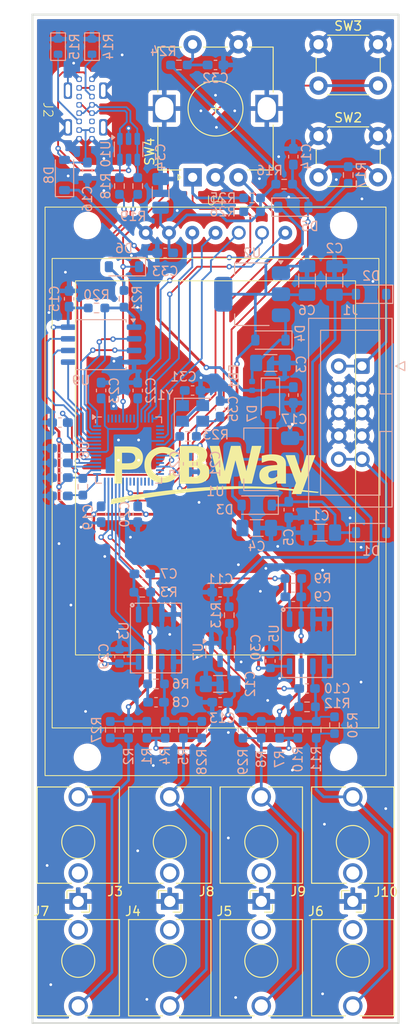
<source format=kicad_pcb>
(kicad_pcb (version 20240108) (generator "pcbnew") (generator_version "8.0")
  (layers (0 "F.Cu" signal) (31 "B.Cu" signal) (34 "B.Paste" user) (35 "F.Paste" user) (36 "B.SilkS" user "B.Silkscreen") (37 "F.SilkS" user "F.Silkscreen") (38 "B.Mask" user) (39 "F.Mask" user) (44 "Edge.Cuts" user))
  (net 0 "")
  (net 1 "+12V")
  (net 2 "GND")
  (net 3 "-12V")
  (net 4 "Net-(D4-K)")
  (net 5 "Net-(D3-A)")
  (net 6 "+3V3")
  (net 7 "Net-(U3A--)")
  (net 8 "/CV1")
  (net 9 "/CV2")
  (net 10 "Net-(U3B--)")
  (net 11 "Net-(U5A--)")
  (net 12 "/CV3")
  (net 13 "Net-(U5B--)")
  (net 14 "/CV4")
  (net 15 "/-10V_REF")
  (net 16 "Net-(D5-A)")
  (net 17 "/VBUS")
  (net 18 "+5V")
  (net 19 "VDD")
  (net 20 "Net-(U8-ADC_AVDD)")
  (net 21 "Net-(C32-Pad1)")
  (net 22 "Net-(D1-A)")
  (net 23 "Net-(D2-K)")
  (net 24 "/USBBOOT")
  (net 25 "Net-(D6-A)")
  (net 26 "/CV1_JACK")
  (net 27 "/CV2_JACK")
  (net 28 "/CV3_JACK")
  (net 29 "/CV4_JACK")
  (net 30 "/CC1")
  (net 31 "/CC2")
  (net 32 "/RESET")
  (net 33 "/D-")
  (net 34 "Net-(U8-USB_DM)")
  (net 35 "/D+")
  (net 36 "Net-(U8-USB_DP)")
  (net 37 "Net-(U8-QSPI_SS)")
  (net 38 "Net-(U8-GPIO24)")
  (net 39 "Net-(U8-GPIO25)")
  (net 41 "Net-(U8-QSPI_SCLK)")
  (net 42 "/RST")
  (net 44 "/MOSI")
  (net 45 "Net-(U8-QSPI_SD0)")
  (net 47 "/DC")
  (net 48 "Net-(U8-QSPI_SD1)")
  (net 49 "Net-(U8-XIN)")
  (net 55 "Net-(C35-Pad1)")
  (net 57 "/SCK")
  (net 59 "Net-(U8-QSPI_SD3)")
  (net 65 "Net-(U8-QSPI_SD2)")
  (net 70 "/CS")
  (net 83 "Net-(U8-XOUT)")
  (footprint "Rotary_Encoder:RotaryEncoder_Alps_EC12E-Switch_Vertical_H20mm" (layer "F.Cu") (at 173.5 44.25 90)
    (property "Reference" "SW4")
    (property "Value" "PEC12R-3222F")
  )
  (footprint "Connector_Audio:Jack_3.5mm_QingPu_WQP-PJ398SM_Vertical_CircularHoles" (layer "F.Cu") (at 191 123.22 180)
    (property "Reference" "J10")
    (property "Value" "CV4")
  )
  (footprint "Button_Switch_THT:SW_PUSH_6mm_H13mm" (layer "F.Cu") (at 187.25 39.75)
    (property "Reference" "SW2")
    (property "Value" "SW_Push")
  )
  (footprint "Button_Switch_THT:SW_PUSH_6mm_H13mm" (layer "F.Cu") (at 187.25 29.75)
    (property "Reference" "SW3")
    (property "Value" "SW_Push")
  )
  (footprint "Library:UJ20-C-V-C-2-SMT-TR" (layer "F.Cu") (at 161.8 36.8 -90)
    (property "Reference" "J2")
    (property "Value" "USB_C_Receptacle_USB2.0_16P")
  )
  (footprint "Library:GMT020-02" (layer "F.Cu") (at 176 50.3)
    (property "Reference" "U4")
    (property "Value" "~")
  )
  (footprint "Connector_Audio:Jack_3.5mm_QingPu_WQP-PJ398SM_Vertical_CircularHoles" (layer "F.Cu") (at 161 123.22 180)
    (property "Reference" "J3")
    (property "Value" "CV1")
  )
  (footprint "Connector_Audio:Jack_3.5mm_QingPu_WQP-PJ398SM_Vertical_CircularHoles" (layer "F.Cu") (at 171 123.22)
    (property "Reference" "J4")
    (property "Value" "CV2")
  )
  (footprint "Connector_Audio:Jack_3.5mm_QingPu_WQP-PJ398SM_Vertical_CircularHoles" (layer "F.Cu") (at 191 123.22)
    (property "Reference" "J6")
    (property "Value" "CV4")
  )
  (footprint "Connector_Audio:Jack_3.5mm_QingPu_WQP-PJ398SM_Vertical_CircularHoles" (layer "F.Cu") (at 181 123.22 180)
    (property "Reference" "J9")
    (property "Value" "CV3")
  )
  (footprint "Connector_Audio:Jack_3.5mm_QingPu_WQP-PJ398SM_Vertical_CircularHoles" (layer "F.Cu") (at 161 123.22)
    (property "Reference" "J7")
    (property "Value" "CV1")
  )
  (footprint "Connector_Audio:Jack_3.5mm_QingPu_WQP-PJ398SM_Vertical_CircularHoles" (layer "F.Cu") (at 181 123.22)
    (property "Reference" "J5")
    (property "Value" "CV3")
  )
  (footprint "Connector_Audio:Jack_3.5mm_QingPu_WQP-PJ398SM_Vertical_CircularHoles" (layer "F.Cu") (at 171 123.22 180)
    (property "Reference" "J8")
    (property "Value" "CV2")
  )
  (footprint "Diode_SMD:D_SOD-123" (layer "B.Cu") (at 159.5 44 90)
    (property "Reference" "D8")
    (property "Value" "B140HW-7")
  )
  (footprint "Resistor_SMD:R_0603_1608Metric_Pad0.98x0.95mm_HandSolder" (layer "B.Cu") (at 180 46.5)
    (property "Reference" "R25")
    (property "Value" "10k")
  )
  (footprint "Resistor_SMD:R_0603_1608Metric_Pad0.98x0.95mm_HandSolder" (layer "B.Cu") (at 190.5 44 90)
    (property "Reference" "R17")
    (property "Value" "330R")
  )
  (footprint "Capacitor_SMD:C_0603_1608Metric_Pad1.08x0.95mm_HandSolder" (layer "B.Cu") (at 184.5 90 180)
    (property "Reference" "C9")
    (property "Value" "1n")
  )
  (footprint "Resistor_SMD:R_0603_1608Metric_Pad0.98x0.95mm_HandSolder" (layer "B.Cu") (at 181 104.5 -90)
    (property "Reference" "R8")
    (property "Value" "200k")
  )
  (footprint "Resistor_SMD:R_0603_1608Metric_Pad0.98x0.95mm_HandSolder" (layer "B.Cu") (at 180 48)
    (property "Reference" "R26")
    (property "Value" "10k")
  )
  (footprint "Resistor_SMD:R_0603_1608Metric_Pad0.98x0.95mm_HandSolder" (layer "B.Cu") (at 163 58.5 180)
    (property "Reference" "R20")
    (property "Value" "10k")
  )
  (footprint "Crystal:Crystal_SMD_3225-4Pin_3.2x2.5mm" (layer "B.Cu") (at 173.5 70)
    (property "Reference" "Y1")
    (property "Value" "Crystal_GND24")
  )
  (footprint "Capacitor_SMD:C_1206_3216Metric_Pad1.33x1.80mm_HandSolder" (layer "B.Cu") (at 187.5 83 180)
    (property "Reference" "C1")
    (property "Value" "22uF")
  )
  (footprint "Connector_IDC:IDC-Header_2x05_P2.54mm_Vertical" (layer "B.Cu") (at 192 64.84 180)
    (property "Reference" "J1")
    (property "Value" "Eurorack Power")
  )
  (footprint "Capacitor_SMD:C_0603_1608Metric_Pad1.08x0.95mm_HandSolder" (layer "B.Cu") (at 173 75.5 -90)
    (property "Reference" "C25")
    (property "Value" "100n")
  )
  (footprint "Resistor_SMD:R_0603_1608Metric_Pad0.98x0.95mm_HandSolder" (layer "B.Cu") (at 184.5 88)
    (property "Reference" "R9")
    (property "Value" "33k")
  )
  (footprint "Resistor_SMD:R_0603_1608Metric_Pad0.98x0.95mm_HandSolder" (layer "B.Cu") (at 179 104.5 -90)
    (property "Reference" "R29")
    (property "Value" "200k")
  )
  (footprint "Resistor_SMD:R_0603_1608Metric_Pad0.98x0.95mm_HandSolder" (layer "B.Cu") (at 168 89.5)
    (property "Reference" "R3")
    (property "Value" "33k")
  )
  (footprint "Capacitor_SMD:C_1206_3216Metric_Pad1.33x1.80mm_HandSolder" (layer "B.Cu") (at 186 55.5 90)
    (property "Reference" "C6")
    (property "Value" "22uF")
  )
  (footprint "Resistor_SMD:R_0603_1608Metric_Pad0.98x0.95mm_HandSolder" (layer "B.Cu") (at 173 72.5)
    (property "Reference" "R23")
    (property "Value" "1k")
  )
  (footprint "Capacitor_SMD:C_0603_1608Metric_Pad1.08x0.95mm_HandSolder" (layer "B.Cu") (at 169.5 101.5 180)
    (property "Reference" "C8")
    (property "Value" "1n")
  )
  (footprint "Diode_SMD:D_SOD-123" (layer "B.Cu") (at 166 54 180)
    (property "Reference" "D6")
    (property "Value" "B140HW-7")
  )
  (footprint "Capacitor_SMD:C_0603_1608Metric_Pad1.08x0.95mm_HandSolder" (layer "B.Cu") (at 176.5 89.5 180)
    (property "Reference" "C11")
    (property "Value" "100n")
  )
  (footprint "Capacitor_SMD:C_0603_1608Metric_Pad1.08x0.95mm_HandSolder" (layer "B.Cu") (at 167.5 67.5 90)
    (property "Reference" "C22")
    (property "Value" "100n")
  )
  (footprint "Capacitor_SMD:C_0603_1608Metric_Pad1.08x0.95mm_HandSolder" (layer "B.Cu") (at 173.5 67.5)
    (property "Reference" "C31")
    (property "Value" "33p")
  )
  (footprint "Capacitor_SMD:C_0603_1608Metric_Pad1.08x0.95mm_HandSolder" (layer "B.Cu") (at 176 32)
    (property "Reference" "C32")
    (property "Value" "100n")
  )
  (footprint "Capacitor_SMD:C_1206_3216Metric_Pad1.33x1.80mm_HandSolder" (layer "B.Cu") (at 180.5 82.5)
    (property "Reference" "C4")
    (property "Value" "22uF")
  )
  (footprint "Diode_SMD:D_SOD-123" (layer "B.Cu") (at 182 68.5 -90)
    (property "Reference" "D7")
    (property "Value" "B140HW-7")
  )
  (footprint "Capacitor_SMD:C_1206_3216Metric_Pad1.33x1.80mm_HandSolder" (layer "B.Cu") (at 170 46 90)
    (property "Reference" "C34")
    (property "Value" "22uF")
  )
  (footprint "Capacitor_SMD:C_0603_1608Metric_Pad1.08x0.95mm_HandSolder" (layer "B.Cu") (at 184 80.5 -90)
    (property "Reference" "C5")
    (property "Value" "100n")
  )
  (footprint "Capacitor_SMD:C_0603_1608Metric_Pad1.08x0.95mm_HandSolder" (layer "B.Cu") (at 176.5 69.5 90)
    (property "Reference" "C35")
    (property "Value" "33p")
  )
  (footprint "Diode_SMD:D_SOD-123" (layer "B.Cu") (at 193 57 180)
    (property "Reference" "D2")
    (property "Value" "B140HW-7")
  )
  (footprint "Resistor_SMD:R_0603_1608Metric_Pad0.98x0.95mm_HandSolder" (layer "B.Cu") (at 161.5 78 -90)
    (property "Reference" "R22" (hide yes))
    (property "Value" "330R")
  )
  (footprint "PCM_Package_SO_AKL:SO-8_3.9x4.9mm_P1.27mm" (layer "B.Cu") (at 169.5 94.5 -90)
    (property "Reference" "U3")
    (property "Value" "MCP6002-I-SN" (hide yes))
  )
  (footprint "Resistor_SMD:R_0603_1608Metric_Pad0.98x0.95mm_HandSolder" (layer "B.Cu") (at 183.5 45 180)
    (property "Reference" "R16")
    (property "Value" "10k")
  )
  (footprint "Capacitor_SMD:C_0603_1608Metric_Pad1.08x0.95mm_HandSolder" (layer "B.Cu") (at 168 87.5 180)
    (property "Reference" "C7")
    (property "Value" "1n")
  )
  (footprint "Resistor_SMD:R_0603_1608Metric_Pad0.98x0.95mm_HandSolder" (layer "B.Cu") (at 172.5 104.5 -90)
    (property "Reference" "R5")
    (property "Value" "200k")
  )
  (footprint "Resistor_SMD:R_0603_1608Metric_Pad0.98x0.95mm_HandSolder" (layer "B.Cu") (at 169.5 99.5)
    (property "Reference" "R6")
    (property "Value" "33k")
  )
  (footprint "Capacitor_SMD:C_0603_1608Metric_Pad1.08x0.95mm_HandSolder" (layer "B.Cu") (at 159 75.4 180)
    (property "Reference" "C27" (hide yes))
    (property "Value" "4u7F")
  )
  (footprint "Capacitor_SMD:C_0603_1608Metric_Pad1.08x0.95mm_HandSolder" (layer "B.Cu") (at 174.5 75.5 -90)
    (property "Reference" "C21")
    (property "Value" "100n")
  )
  (footprint "Resistor_SMD:R_0603_1608Metric_Pad0.98x0.95mm_HandSolder" (layer "B.Cu") (at 187 104.5 -90)
    (property "Reference" "R11")
    (property "Value" "200k")
  )
  (footprint "Capacitor_SMD:C_0603_1608Metric_Pad1.08x0.95mm_HandSolder" (layer "B.Cu") (at 162 43.5 -90)
    (property "Reference" "C16")
    (property "Value" "4u7F")
  )
  (footprint "Diode_SMD:D_SOD-123" (layer "B.Cu") (at 184.5 47.5)
    (property "Reference" "D5")
    (property "Value" "B140HW-7")
  )
  (footprint "Resistor_SMD:R_0603_1608Metric_Pad0.98x0.95mm_HandSolder" (layer "B.Cu") (at 166.5 104.5 -90)
    (property "Reference" "R2")
    (property "Value" "200k")
  )
  (footprint "PCM_Package_SO_AKL:SO-8_3.9x4.9mm_P1.27mm" (layer "B.Cu") (at 186 95 -90)
    (property "Reference" "U5")
    (property "Value" "MCP6002-I-SN" (hide yes))
  )
  (footprint "Package_TO_SOT_SMD:SOT-23" (layer "B.Cu") (at 176.5 96 -90)
    (property "Reference" "U7")
    (property "Value" "LM4040DBZ-10")
  )
  (footprint "Capacitor_SMD:C_0603_1608Metric_Pad1.08x0.95mm_HandSolder" (layer "B.Cu") (at 159 71 180)
    (property "Reference" "C24" (hide yes))
    (property "Value" "100n")
  )
  (footprint "Capacitor_SMD:C_1206_3216Metric_Pad1.33x1.80mm_HandSolder" (layer "B.Cu") (at 176.5 99.5 180)
    (property "Reference" "C12")
    (property "Value" "22uF")
  )
  (footprint "Package_TO_SOT_SMD:SOT-223-3_TabPin2" (layer "B.Cu") (at 180 57 180)
    (property "Reference" "U2")
    (property "Value" "AMS1117-3.3")
  )
  (footprint "Package_SO:SOIC-8_5.23x5.23mm_P1.27mm" (layer "B.Cu") (at 163.5 62.5 180)
    (property "Reference" "U9")
    (property "Value" "W25Q128JVS")
  )
  (footprint "Package_DFN_QFN:QFN-56-1EP_7x7mm_P0.4mm_EP3.2x3.2mm" (layer "B.Cu") (at 166.5 74 -90)
    (property "Reference" "U8")
    (property "Value" "RP2040")
  )
  (footprint "Diode_SMD:D_SOD-123" (layer "B.Cu") (at 182 62 180)
    (property "Reference" "D4")
    (property "Value" "B140HW-7")
  )
  (footprint "Resistor_SMD:R_0603_1608Metric_Pad0.98x0.95mm_HandSolder" (layer "B.Cu") (at 183 104.5 -90)
    (property "Reference" "R7")
    (property "Value" "200k")
  )
  (footprint "Capacitor_SMD:C_0603_1608Metric_Pad1.08x0.95mm_HandSolder" (layer "B.Cu") (at 184.5 42 90)
    (property "Reference" "C14")
    (property "Value" "100n")
  )
  (footprint "Capacitor_SMD:C_0603_1608Metric" (layer "B.Cu") (at 182 97 90)
    (property "Reference" "C30")
    (property "Value" "100n")
  )
  (footprint "Resistor_SMD:R_0603_1608Metric_Pad0.98x0.95mm_HandSolder" (layer "B.Cu") (at 172 32 180)
    (property "Reference" "R24")
    (property "Value" "10k")
  )
  (footprint "Resistor_SMD:R_0603_1608Metric_Pad0.98x0.95mm_HandSolder" (layer "B.Cu") (at 168.5 104.5 -90)
    (property "Reference" "R1")
    (property "Value" "200k")
  )
  (footprint "PCM_Resistor_SMD_AKL:R_0603_1608Metric" (layer "B.Cu") (at 162.5 30 90)
    (property "Reference" "R14")
    (property "Value" "5k1" (hide yes))
  )
  (footprint "PCM_Resistor_SMD_AKL:R_0603_1608Metric" (layer "B.Cu") (at 158.8 30 90)
    (property "Reference" "R15")
    (property "Value" "5k1" (hide yes))
  )
  (footprint "Resistor_SMD:R_0603_1608Metric_Pad0.98x0.95mm_HandSolder" (layer "B.Cu") (at 185 104.5 -90)
    (property "Reference" "R10")
    (property "Value" "200k")
  )
  (footprint "Capacitor_SMD:C_0603_1608Metric_Pad1.08x0.95mm_HandSolder" (layer "B.Cu") (at 186 100 180)
    (property "Reference" "C10")
    (property "Value" "1n")
  )
  (footprint "Capacitor_SMD:C_1206_3216Metric_Pad1.33x1.80mm_HandSolder" (layer "B.Cu") (at 182 64.5)
    (property "Reference" "C3")
    (property "Value" "22uF")
  )
  (footprint "Resistor_SMD:R_0603_1608Metric_Pad0.98x0.95mm_HandSolder" (layer "B.Cu") (at 177.5 92 -90)
    (property "Reference" "R13")
    (property "Value" "2k")
  )
  (footprint "Capacitor_SMD:C_0603_1608Metric_Pad1.08x0.95mm_HandSolder" (layer "B.Cu") (at 163.5 81 -90)
    (property "Reference" "C19")
    (property "Value" "100n")
  )
  (footprint "Capacitor_SMD:C_0603_1608Metric_Pad1.08x0.95mm_HandSolder" (layer "B.Cu") (at 159 77 180)
    (property "Reference" "C26" (hide yes))
    (property "Value" "4u7F")
  )
  (footprint "Resistor_SMD:R_0603_1608Metric_Pad0.98x0.95mm_HandSolder" (layer "B.Cu") (at 186 102)
    (property "Reference" "R12")
    (property "Value" "33k")
  )
  (footprint "Capacitor_SMD:C_0603_1608Metric_Pad1.08x0.95mm_HandSolder" (layer "B.Cu") (at 176.5 101.5 180)
    (property "Reference" "C13")
    (property "Value" "100n")
  )
  (footprint "Package_TO_SOT_SMD:SOT-23-6" (layer "B.Cu") (at 166.5 41.2 -90)
    (property "Reference" "U10")
    (property "Value" "USBLC6-2SC6")
  )
  (footprint "Resistor_SMD:R_0603_1608Metric_Pad0.98x0.95mm_HandSolder" (layer "B.Cu") (at 165.5 45.2 90)
    (property "Reference" "R18")
    (property "Value" "27R")
  )
  (footprint "Capacitor_SMD:C_0603_1608Metric_Pad1.08x0.95mm_HandSolder" (layer "B.Cu") (at 159 73.8 180)
    (property "Reference" "C18" (hide yes))
    (property "Value" "100n")
  )
  (footprint "Resistor_SMD:R_0603_1608Metric_Pad0.98x0.95mm_HandSolder" (layer "B.Cu") (at 170.5 104.5 -90)
    (property "Reference" "R4")
    (property "Value" "200k")
  )
  (footprint "Capacitor_SMD:C_0603_1608Metric" (layer "B.Cu") (at 165.5 96.5 90)
    (property "Reference" "C29")
    (property "Value" "100n")
  )
  (footprint "Inductor_SMD:L_0402_1005Metric" (layer "B.Cu") (at 180 67 90)
    (property "Reference" "FB1")
    (property "Value" "BLM15H")
  )
  (footprint "Capacitor_SMD:C_0603_1608Metric_Pad1.08x0.95mm_HandSolder" (layer "B.Cu") (at 167.5 81 -90)
    (property "Reference" "C20")
    (property "Value" "100n")
  )
  (footprint "Resistor_SMD:R_0603_1608Metric_Pad0.98x0.95mm_HandSolder" (layer "B.Cu") (at 189 104 -90)
    (property "Reference" "R30")
    (property "Value" "200k")
  )
  (footprint "Resistor_SMD:R_0603_1608Metric_Pad0.98x0.95mm_HandSolder" (layer "B.Cu") (at 174.5 104.5 -90)
    (property "Reference" "R28")
    (property "Value" "200k")
  )
  (footprint "Resistor_SMD:R_0603_1608Metric_Pad0.98x0.95mm_HandSolder" (layer "B.Cu") (at 166 57.5 90)
    (property "Reference" "R21")
    (property "Value" "1k")
  )
  (footprint "Capacitor_SMD:C_0603_1608Metric_Pad1.08x0.95mm_HandSolder" (layer "B.Cu") (at 163.5 67.5 90)
    (property "Reference" "C23")
    (property "Value" "100n")
  )
  (footprint "Diode_SMD:D_SOD-123" (layer "B.Cu") (at 180.5 80 180)
    (property "Reference" "D3")
    (property "Value" "B140HW-7")
  )
  (footprint "Capacitor_SMD:C_0603_1608Metric_Pad1.08x0.95mm_HandSolder" (layer "B.Cu") (at 159 79 180)
    (property "Reference" "C28" (hide yes))
    (property "Value" "4u7F")
  )
  (footprint "Resistor_SMD:R_0603_1608Metric_Pad0.98x0.95mm_HandSolder" (layer "B.Cu") (at 167.5 45.2 -90)
    (property "Reference" "R19")
    (property "Value" "27R")
  )
  (footprint "Capacitor_SMD:C_0603_1608Metric_Pad1.08x0.95mm_HandSolder" (layer "B.Cu") (at 170.5 52.5 180)
    (property "Reference" "C33")
    (property "Value" "100n")
  )
  (footprint "Capacitor_SMD:C_1206_3216Metric_Pad1.33x1.80mm_HandSolder" (layer "B.Cu") (at 189 55.5 -90)
    (property "Reference" "C2")
    (property "Value" "22uF")
  )
  (footprint "Capacitor_SMD:C_0603_1608Metric_Pad1.08x0.95mm_HandSolder" (layer "B.Cu") (at 184.5 68 -90)
    (property "Reference" "C17")
    (property "Value" "100n")
  )
  (footprint "Package_TO_SOT_SMD:SOT-223-3_TabPin2" (layer "B.Cu") (at 181 75 180)
    (property "Reference" "U1")
    (property "Value" "AMS1117-5.0")
  )
  (footprint "Diode_SMD:D_SOD-123" (layer "B.Cu") (at 193 83)
    (property "Reference" "D1")
    (property "Value" "B140HW-7")
  )
  (footprint "Capacitor_SMD:C_0603_1608Metric_Pad1.08x0.95mm_HandSolder" (layer "B.Cu") (at 160 57.5 90)
    (property "Reference" "C15")
    (property "Value" "100n")
  )
  (footprint "Resistor_SMD:R_0603_1608Metric_Pad0.98x0.95mm_HandSolder" (layer "B.Cu") (at 164.5 104.5 -90)
    (property "Reference" "R27")
    (property "Value" "200k")
  )
  (gr_poly (pts (xy 173.707497 73.548383) (xy 173.793559 73.550565) (xy 173.879566 73.554205) (xy 173.9655 73.559301) (xy 174.05134 73.565854) (xy 174.137069 73.573861) (xy 174.222669 73.583322) (xy 174.251339 73.587897) (xy 174.279881 73.593079) (xy 174.308287 73.598867) (xy 174.336546 73.605258) (xy 174.36465 73.612247) (xy 174.392589 73.619833) (xy 174.420353 73.628011) (xy 174.447933 73.636779) (xy 174.47532 73.646134) (xy 174.502504 73.656073) (xy 174.529475 73.666592) (xy 174.556225 73.677688) (xy 174.582744 73.689359) (xy 174.609022 73.701601) (xy 174.63505 73.714411) (xy 174.660818 73.727786) (xy 174.686504 73.741664) (xy 174.711611 73.756429) (xy 174.736121 73.772061) (xy 174.760012 73.788542) (xy 174.783264 73.80585) (xy 174.805856 73.823967) (xy 174.827768 73.842873) (xy 174.848981 73.862548) (xy 174.869472 73.882973) (xy 174.889222 73.904127) (xy 174.908211 73.925992) (xy 174.926417 73.948548) (xy 174.943822 73.971775) (xy 174.960403 73.995653) (xy 174.976141 74.020163) (xy 174.991016 74.045286) (xy 175.004638 74.071989) (xy 175.017382 74.099064) (xy 175.02924 74.126489) (xy 175.04021 74.154242) (xy 175.050284 74.1823) (xy 175.059459 74.210642) (xy 175.067728 74.239247) (xy 175.075087 74.268091) (xy 175.08153 74.297154) (xy 175.087052 74.326413) (xy 175.091649 74.355846) (xy 175.095314 74.385433) (xy 175.098042 74.415149) (xy 175.099829 74.444975) (xy 175.100669 74.474887) (xy 175.100556 74.504865) (xy 175.100459 74.540393) (xy 175.099075 74.575811) (xy 175.096412 74.611086) (xy 175.09248 74.646185) (xy 175.087289 74.681073) (xy 175.080847 74.715718) (xy 175.073165 74.750087) (xy 175.064252 74.784145) (xy 175.054116 74.81786) (xy 175.042768 74.851198) (xy 175.030217 74.884126) (xy 175.016472 74.91661) (xy 175.001542 74.948617) (xy 174.985438 74.980114) (xy 174.968168 75.011066) (xy 174.949741 75.041442) (xy 174.930539 75.07023) (xy 174.910294 75.098183) (xy 174.889037 75.125277) (xy 174.866797 75.151488) (xy 174.843603 75.176792) (xy 174.819484 75.201165) (xy 174.794469 75.224581) (xy 174.768587 75.247017) (xy 174.741868 75.268449) (xy 174.714339 75.288853) (xy 174.686032 75.308203) (xy 174.656974 75.326476) (xy 174.627194 75.343647) (xy 174.596723 75.359693) (xy 174.565588 75.374588) (xy 174.53382 75.388309) (xy 174.53382 75.409741) (xy 174.577317 75.418466) (xy 174.620317 75.428872) (xy 174.662776 75.440934) (xy 174.704648 75.45463) (xy 174.745888 75.469934) (xy 174.786452 75.486822) (xy 174.826295 75.505271) (xy 174.865371 75.525257) (xy 174.903636 75.546754) (xy 174.941045 75.56974) (xy 174.977554 75.59419) (xy 175.013116 75.62008) (xy 175.047688 75.647387) (xy 175.081223 75.676085) (xy 175.113679 75.70615) (xy 175.145009 75.73756) (xy 175.158884 75.753178) (xy 175.171951 75.769079) (xy 175.184234 75.785266) (xy 175.195756 75.801742) (xy 175.206543 75.818511) (xy 175.216617 75.835577) (xy 175.234727 75.870612) (xy 175.250279 75.906875) (xy 175.263467 75.944394) (xy 175.274482 75.983196) (xy 175.283518 76.02331) (xy 175.290768 76.064763) (xy 175.296425 76.107584) (xy 175.300683 76.151799) (xy 175.303733 76.197438) (xy 175.30577 76.244529) (xy 175.306985 76.293098) (xy 175.307726 76.394785) (xy 175.307729 76.391609) (xy 175.30877 76.467986) (xy 175.310854 76.542744) (xy 175.312417 76.615604) (xy 175.311896 76.686288) (xy 175.310366 76.720727) (xy 175.307729 76.754517) (xy 175.30379 76.787623) (xy 175.298353 76.82001) (xy 175.291223 76.851645) (xy 175.282205 76.88249) (xy 175.271103 76.912513) (xy 175.257723 76.941677) (xy 175.243546 76.969586) (xy 175.228605 76.997042) (xy 175.212911 77.024032) (xy 175.196477 77.050542) (xy 175.179314 77.076555) (xy 175.161434 77.102059) (xy 175.142848 77.127038) (xy 175.123569 77.151479) (xy 175.103608 77.175365) (xy 175.082977 77.198684) (xy 175.061688 77.221419) (xy 175.039752 77.243558) (xy 175.017182 77.265085) (xy 174.993989 77.285986) (xy 174.970185 77.306246) (xy 174.945782 77.325851) (xy 174.917097 77.347866) (xy 174.887908 77.369144) (xy 174.858231 77.389676) (xy 174.828079 77.409456) (xy 174.797468 77.428476) (xy 174.766412 77.446728) (xy 174.734926 77.464206) (xy 174.703024 77.480901) (xy 174.670721 77.496806) (xy 174.638032 77.511915) (xy 174.604972 77.526218) (xy 174.571554 77.53971) (xy 174.537793 77.552382) (xy 174.503705 77.564227) (xy 174.469304 77.575238) (xy 174.434604 77.585407) (xy 174.347807 77.605554) (xy 174.260462 77.622795) (xy 174.172641 77.637124) (xy 174.084418 77.648531) (xy 173.995865 77.657009) (xy 173.907055 77.662549) (xy 173.818062 77.665143) (xy 173.728959 77.664783) (xy 172.080339 77.664783) (xy 172.080339 76.912311) (xy 173.106657 76.912311) (xy 173.163013 76.912311) (xy 173.503531 76.910922) (xy 173.626761 76.909186) (xy 173.718638 76.906754) (xy 173.739154 76.905585) (xy 173.759618 76.903941) (xy 173.780022 76.901824) (xy 173.800358 76.899236) (xy 173.820617 76.896179) (xy 173.840792 76.892655) (xy 173.860875 76.888666) (xy 173.880857 76.884214) (xy 173.900731 76.8793) (xy 173.920489 76.873926) (xy 173.940122 76.868095) (xy 173.959622 76.861809) (xy 173.978982 76.855068) (xy 173.998193 76.847875) (xy 174.017248 76.840233) (xy 174.036137 76.832142) (xy 174.052258 76.825369) (xy 174.068025 76.81794) (xy 174.083421 76.80987) (xy 174.098427 76.801173) (xy 174.113026 76.791866) (xy 174.127201 76.781962) (xy 174.140933 76.771479) (xy 174.154206 76.760431) (xy 174.167001 76.748833) (xy 174.179301 76.736701) (xy 174.191089 76.72405) (xy 174.202346 76.710896) (xy 174.213055 76.697253) (xy 174.223198 76.683137) (xy 174.232759 76.668564) (xy 174.241718 76.653548) (xy 174.249772 76.638147) (xy 174.257308 76.622523) (xy 174.264326 76.606688) (xy 174.27082 76.590656) (xy 174.276788 76.574439) (xy 174.282228 76.558052) (xy 174.287134 76.541506) (xy 174.291505 76.524815) (xy 174.295338 76.507992) (xy 174.298628 76.491051) (xy 174.301373 76.474004) (xy 174.303569 76.456864) (xy 174.305214 76.439645) (xy 174.306304 76.422359) (xy 174.306836 76.40502) (xy 174.306807 76.387641) (xy 174.309187 76.386848) (xy 174.309844 76.367108) (xy 174.309725 76.347412) (xy 174.308835 76.32778) (xy 174.307182 76.308236) (xy 174.304769 76.2888) (xy 174.301603 76.269495) (xy 174.297691 76.250341) (xy 174.293037 76.231362) (xy 174.287647 76.212578) (xy 174.281528 76.194012) (xy 174.274684 76.175685) (xy 174.267122 76.157618) (xy 174.258848 76.139835) (xy 174.249868 76.122355) (xy 174.240186 76.105202) (xy 174.22981 76.088397) (xy 174.218419 76.074276) (xy 174.206538 76.060625) (xy 174.194181 76.047454) (xy 174.181364 76.034775) (xy 174.168102 76.022598) (xy 174.15441 76.010934) (xy 174.140304 75.999794) (xy 174.125799 75.989188) (xy 174.110911 75.979128) (xy 174.095655 75.969624) (xy 174.080045 75.960687) (xy 174.064099 75.952328) (xy 174.04783 75.944558) (xy 174.031254 75.937387) (xy 174.014388 75.930826) (xy 173.997245 75.924886) (xy 173.965747 75.915302) (xy 173.933929 75.906999) (xy 173.901829 75.899982) (xy 173.869488 75.894257) (xy 173.836943 75.889831) (xy 173.804234 75.88671) (xy 173.771401 75.884899) (xy 173.738481 75.884405) (xy 173.297951 75.880436) (xy 173.106657 75.880436) (xy 173.106657 76.912311) (xy 172.080339 76.912311) (xy 172.080339 75.177173) (xy 173.109832 75.177173) (xy 173.240801 75.177173) (xy 173.466127 75.176478) (xy 173.54921 75.174828) (xy 173.583259 75.17345) (xy 173.612275 75.171616) (xy 173.62656 75.170467) (xy 173.6408 75.168982) (xy 173.654989 75.167162) (xy 173.669121 75.165008) (xy 173.68319 75.162521) (xy 173.69719 75.159704) (xy 173.711116 75.156557) (xy 173.724962 75.153083) (xy 173.738722 75.149282) (xy 173.75239 75.145157) (xy 173.76596 75.140708) (xy 173.779427 75.135938) (xy 173.792785 75.130848) (xy 173.806028 75.125439) (xy 173.81915 75.119714) (xy 173.832145 75.113672) (xy 173.845967 75.107696) (xy 173.859454 75.101121) (xy 173.872587 75.093962) (xy 173.885351 75.086237) (xy 173.897729 75.077959) (xy 173.909704 75.069145) (xy 173.921259 75.05981) (xy 173.932378 75.04997) (xy 173.943043 75.03964) (xy 173.953237 75.028836) (xy 173.962945 75.017573) (xy 173.972149 75.005867) (xy 173.980832 74.993733) (xy 173.988978 74.981188) (xy 173.99657 74.968245) (xy 174.003591 74.954922) (xy 174.009458 74.940761) (xy 174.01494 74.926467) (xy 174.020036 74.912047) (xy 174.024744 74.897511) (xy 174.029063 74.882865) (xy 174.03299 74.868117) (xy 174.036525 74.853276) (xy 174.039666 74.83835) (xy 174.042412 74.823345) (xy 174.04476 74.808271) (xy 174.046709 74.793134) (xy 174.048259 74.777943) (xy 174.049406 74.762707) (xy 174.05015 74.747431) (xy 174.050489 74.732126) (xy 174.050422 74.716797) (xy 174.049632 74.713623) (xy 174.049259 74.700277) (xy 174.048503 74.686967) (xy 174.047366 74.673701) (xy 174.04585 74.660486) (xy 174.043957 74.647331) (xy 174.04169 74.634243) (xy 174.039049 74.621231) (xy 174.036038 74.608302) (xy 174.032657 74.595465) (xy 174.02891 74.582727) (xy 174.024798 74.570097) (xy 174.020322 74.557582) (xy 174.015486 74.545191) (xy 174.010291 74.532931) (xy 174.004739 74.520811) (xy 173.998831 74.508838) (xy 173.99247 74.49619) (xy 173.985559 74.483895) (xy 173.978116 74.471967) (xy 173.970155 74.460421) (xy 173.961693 74.449274) (xy 173.952747 74.438539) (xy 173.94333 74.428232) (xy 173.933461 74.418368) (xy 173.923153 74.408962) (xy 173.912424 74.40003) (xy 173.901289 74.391587) (xy 173.889764 74.383647) (xy 173.877865 74.376226) (xy 173.865607 74.369339) (xy 173.853007 74.363002) (xy 173.840081 74.357229) (xy 173.825636 74.351391) (xy 173.811068 74.345916) (xy 173.796383 74.340803) (xy 173.781589 74.336055) (xy 173.766692 74.331673) (xy 173.751698 74.327658) (xy 173.736616 74.324012) (xy 173.721451 74.320736) (xy 173.706211 74.317831) (xy 173.690902 74.3153) (xy 173.675531 74.313142) (xy 173.660105 74.31136) (xy 173.644631 74.309955) (xy 173.629116 74.308929) (xy 173.613566 74.308282) (xy 173.597988 74.308017) (xy 173.519716 74.307396) (xy 173.424255 74.306032) (xy 173.31168 74.304668) (xy 173.182064 74.304048) (xy 173.109832 74.304048) (xy 173.109832 75.177173) (xy 172.080339 75.177173) (xy 172.080339 73.548397) (xy 173.535281 73.548397) (xy 173.621398 73.54766)) (stroke (width -0.000001)) (fill solid) (layer "F.SilkS"))
  (gr_poly (pts (xy 166.45813 73.603371) (xy 166.620416 73.606342) (xy 166.766461 73.611247) (xy 166.896256 73.61805) (xy 167.009792 73.626713) (xy 167.107059 73.637199) (xy 167.188049 73.649471) (xy 167.252751 73.663492) (xy 167.296325 73.676027) (xy 167.33919 73.690355) (xy 167.381296 73.706444) (xy 167.422594 73.724259) (xy 167.463032 73.743766) (xy 167.502563 73.764932) (xy 167.541135 73.787722) (xy 167.578699 73.812104) (xy 167.615206 73.838042) (xy 167.650604 73.865504) (xy 167.684846 73.894455) (xy 167.71788 73.924862) (xy 167.749658 73.95669) (xy 167.780128 73.989906) (xy 167.809242 74.024476) (xy 167.83695 74.060367) (xy 167.867077 74.103823) (xy 167.895265 74.148366) (xy 167.921492 74.193931) (xy 167.94574 74.240452) (xy 167.967989 74.287863) (xy 167.988218 74.336099) (xy 168.006407 74.385094) (xy 168.022538 74.434783) (xy 168.03659 74.485098) (xy 168.048543 74.535976) (xy 168.058377 74.587349) (xy 168.066073 74.639152) (xy 168.07161 74.691321) (xy 168.07497 74.743787) (xy 168.076131 74.796487) (xy 168.075075 74.849355) (xy 168.075791 74.89007) (xy 168.075253 74.93072) (xy 168.073466 74.971276) (xy 168.070436 75.011711) (xy 168.066169 75.051996) (xy 168.060672 75.092103) (xy 168.053949 75.132004) (xy 168.046009 75.171671) (xy 168.036856 75.211076) (xy 168.026496 75.250191) (xy 168.014936 75.288988) (xy 168.002182 75.327438) (xy 167.98824 75.365513) (xy 167.973115 75.403186) (xy 167.956815 75.440429) (xy 167.939344 75.477212) (xy 167.923645 75.506565) (xy 167.907101 75.53539) (xy 167.889726 75.56367) (xy 167.871534 75.591388) (xy 167.852541 75.618527) (xy 167.832761 75.645071) (xy 167.812208 75.671003) (xy 167.790897 75.696306) (xy 167.768842 75.720963) (xy 167.746058 75.744958) (xy 167.72256 75.768275) (xy 167.698361 75.790895) (xy 167.673476 75.812803) (xy 167.647921 75.833982) (xy 167.621709 75.854416) (xy 167.594855 75.874086) (xy 167.570896 75.891072) (xy 167.546538 75.907421) (xy 167.521796 75.923128) (xy 167.496681 75.938187) (xy 167.471207 75.952591) (xy 167.445386 75.966336) (xy 167.419232 75.979414) (xy 167.392758 75.99182) (xy 167.365977 76.003549) (xy 167.338901 76.014593) (xy 167.311544 76.024948) (xy 167.283919 76.034608) (xy 167.256039 76.043566) (xy 167.227916 76.051816) (xy 167.199565 76.059354) (xy 167.170997 76.066172) (xy 167.065597 76.082298) (xy 166.959889 76.09592) (xy 166.853918 76.107036) (xy 166.747729 76.115642) (xy 166.641366 76.121736) (xy 166.534874 76.125314) (xy 166.428298 76.126373) (xy 166.321681 76.124911) (xy 165.788281 76.124911) (xy 165.788281 77.653673) (xy 164.965957 77.656848) (xy 164.965957 74.292935) (xy 165.785108 74.292935) (xy 165.785108 75.442285) (xy 166.23199 75.442285) (xy 166.348145 75.441316) (xy 166.454302 75.438403) (xy 166.550431 75.433537) (xy 166.636504 75.426708) (xy 166.712495 75.417907) (xy 166.778375 75.407125) (xy 166.834116 75.394352) (xy 166.858175 75.387216) (xy 166.87969 75.379579) (xy 166.898983 75.371971) (xy 166.917923 75.363653) (xy 166.936491 75.354639) (xy 166.954671 75.344943) (xy 166.972444 75.334578) (xy 166.989792 75.323557) (xy 167.0067 75.311896) (xy 167.023147 75.299607) (xy 167.039118 75.286704) (xy 167.054593 75.273201) (xy 167.069557 75.259112) (xy 167.08399 75.244449) (xy 167.097876 75.229228) (xy 167.111197 75.213462) (xy 167.123935 75.197163) (xy 167.136072 75.180347) (xy 167.147446 75.162552) (xy 167.1581 75.14438) (xy 167.168029 75.125855) (xy 167.177225 75.106997) (xy 167.185683 75.08783) (xy 167.193396 75.068375) (xy 167.200358 75.048654) (xy 167.206562 75.028689) (xy 167.212002 75.008503) (xy 167.216671 74.988117) (xy 167.220564 74.967554) (xy 167.223673 74.946836) (xy 167.225992 74.925984) (xy 167.227515 74.90502) (xy 167.228236 74.883968) (xy 167.228147 74.862848) (xy 167.228428 74.837752) (xy 167.227523 74.812771) (xy 167.225444 74.787943) (xy 167.222205 74.763309) (xy 167.217822 74.738907) (xy 167.212307 74.714775) (xy 167.205674 74.690954) (xy 167.197937 74.667481) (xy 167.189111 74.644396) (xy 167.179208 74.621737) (xy 167.168243 74.599545) (xy 167.15623 74.577857) (xy 167.143182 74.556712) (xy 167.129114 74.53615) (xy 167.114039 74.51621) (xy 167.097971 74.496929) (xy 167.081451 74.479493) (xy 167.064268 74.462816) (xy 167.046449 74.446915) (xy 167.028022 74.431804) (xy 167.009013 74.417499) (xy 166.989449 74.404013) (xy 166.96936 74.391363) (xy 166.948771 74.379562) (xy 166.927709 74.368626) (xy 166.906203 74.35857) (xy 166.88428 74.349408) (xy 166.861967 74.341156) (xy 166.83929 74.333829) (xy 166.816278 74.32744) (xy 166.792958 74.322006) (xy 166.769357 74.317541) (xy 166.696011 74.309558) (xy 166.622551 74.30289) (xy 166.548994 74.297538) (xy 166.47536 74.293504) (xy 166.401666 74.290788) (xy 166.327928 74.289391) (xy 166.254166 74.289313) (xy 166.180396 74.290556) (xy 165.785108 74.292935) (xy 164.965957 74.292935) (xy 164.965957 73.602373) (xy 166.279613 73.602373)) (stroke (width -0.000001)) (fill solid) (layer "F.SilkS"))
  (gr_poly (pts (xy 170.299539 73.63959) (xy 170.357743 73.641851) (xy 170.415803 73.645663) (xy 170.47369 73.651019) (xy 170.531372 73.657913) (xy 170.58882 73.666338) (xy 170.646003 73.676287) (xy 170.702891 73.687755) (xy 170.759453 73.700734) (xy 170.815658 73.715217) (xy 170.871478 73.731199) (xy 170.92688 73.748673) (xy 170.981836 73.767632) (xy 171.036313 73.78807) (xy 171.090283 73.80998) (xy 171.143715 73.833356) (xy 171.197337 73.857922) (xy 171.250182 73.883938) (xy 171.302222 73.911383) (xy 171.353429 73.940236) (xy 171.403777 73.970478) (xy 171.453237 74.002089) (xy 171.501782 74.035047) (xy 171.549386 74.069333) (xy 171.59602 74.104927) (xy 171.641657 74.141807) (xy 171.68627 74.179954) (xy 171.729832 74.219347) (xy 171.772314 74.259967) (xy 171.813691 74.301792) (xy 171.853933 74.344803) (xy 171.893015 74.388979) (xy 171.391364 74.865229) (xy 171.326295 74.800253) (xy 171.260272 74.73947) (xy 171.193293 74.682878) (xy 171.125359 74.630478) (xy 171.05647 74.58227) (xy 170.986626 74.538254) (xy 170.915828 74.49843) (xy 170.844074 74.462798) (xy 170.771365 74.431358) (xy 170.697701 74.404111) (xy 170.623083 74.381055) (xy 170.547509 74.362191) (xy 170.470981 74.347519) (xy 170.393497 74.337039) (xy 170.315058 74.330751) (xy 170.235665 74.328655) (xy 170.171795 74.328833) (xy 170.108312 74.332246) (xy 170.045326 74.33885) (xy 169.982951 74.3486) (xy 169.921297 74.36145) (xy 169.860479 74.377355) (xy 169.800606 74.396271) (xy 169.741792 74.418152) (xy 169.68415 74.442955) (xy 169.62779 74.470633) (xy 169.572825 74.501142) (xy 169.519367 74.534436) (xy 169.467529 74.570472) (xy 169.417422 74.609203) (xy 169.369159 74.650585) (xy 169.322852 74.694574) (xy 169.278457 74.739898) (xy 169.236678 74.787239) (xy 169.197563 74.836481) (xy 169.161158 74.887509) (xy 169.127511 74.940207) (xy 169.09667 74.994459) (xy 169.068681 75.05015) (xy 169.043592 75.107165) (xy 169.021451 75.165387) (xy 169.002304 75.224703) (xy 168.986199 75.284995) (xy 168.973184 75.346148) (xy 168.963305 75.408048) (xy 168.95661 75.470578) (xy 168.953147 75.533623) (xy 168.952962 75.597067) (xy 168.952588 75.640438) (xy 168.953623 75.683716) (xy 168.95606 75.72687) (xy 168.959892 75.769866) (xy 168.965109 75.812671) (xy 168.971704 75.855252) (xy 168.97967 75.897575) (xy 168.988998 75.939607) (xy 168.99968 75.981317) (xy 169.011709 76.022669) (xy 169.025076 76.063631) (xy 169.039774 76.104171) (xy 169.055795 76.144254) (xy 169.07313 76.183848) (xy 169.091773 76.222919) (xy 169.111714 76.261435) (xy 169.132723 76.297209) (xy 169.154952 76.332124) (xy 169.178373 76.366155) (xy 169.202958 76.399274) (xy 169.228679 76.431452) (xy 169.255507 76.462662) (xy 169.283414 76.492877) (xy 169.312371 76.522069) (xy 169.34235 76.55021) (xy 169.373323 76.577273) (xy 169.405262 76.60323) (xy 169.438137 76.628054) (xy 169.471921 76.651716) (xy 169.506585 76.67419) (xy 169.542101 76.695447) (xy 169.57844 76.71546) (xy 169.616897 76.73537) (xy 169.655894 76.754024) (xy 169.695401 76.771413) (xy 169.735387 76.787531) (xy 169.775819 76.80237) (xy 169.816669 76.815922) (xy 169.857903 76.828179) (xy 169.899492 76.839134) (xy 169.941403 76.848779) (xy 169.983607 76.857107) (xy 170.026072 76.864109) (xy 170.068767 76.869778) (xy 170.11166 76.874107) (xy 170.154722 76.877087) (xy 170.19792 76.878712) (xy 170.241224 76.878973) (xy 170.278274 76.878997) (xy 170.315266 76.878047) (xy 170.352183 76.876129) (xy 170.389005 76.873245) (xy 170.425714 76.869399) (xy 170.462291 76.864595) (xy 170.498718 76.858837) (xy 170.534975 76.852127) (xy 170.571044 76.844471) (xy 170.606906 76.835871) (xy 170.642543 76.826332) (xy 170.677936 76.815857) (xy 170.713065 76.80445) (xy 170.747913 76.792114) (xy 170.782461 76.778854) (xy 170.81669 76.764673) (xy 170.85632 76.744438) (xy 170.895478 76.723381) (xy 170.934153 76.701511) (xy 170.972333 76.678834) (xy 171.010004 76.655362) (xy 171.047156 76.631102) (xy 171.083775 76.606064) (xy 171.11985 76.580257) (xy 171.155369 76.553688) (xy 171.190319 76.526368) (xy 171.224688 76.498306) (xy 171.258465 76.469509) (xy 171.291636 76.439987) (xy 171.324189 76.409749) (xy 171.356114 76.378804) (xy 171.387397 76.34716) (xy 171.869996 76.849604) (xy 171.827228 76.893014) (xy 171.783499 76.935373) (xy 171.738831 76.976666) (xy 171.693244 77.01688) (xy 171.646756 77.055999) (xy 171.59939 77.09401) (xy 171.551164 77.130898) (xy 171.502099 77.166648) (xy 171.452216 77.201247) (xy 171.401534 77.234681) (xy 171.350073 77.266934) (xy 171.297854 77.297992) (xy 171.244898 77.327841) (xy 171.191223 77.356467) (xy 171.136851 77.383855) (xy 171.081802 77.409991) (xy 171.030968 77.429801) (xy 170.979712 77.448315) (xy 170.928057 77.465527) (xy 170.87603 77.481433) (xy 170.823655 77.496028) (xy 170.770957 77.509308) (xy 170.717961 77.521268) (xy 170.664691 77.531904) (xy 170.611174 77.54121) (xy 170.557433 77.549182) (xy 170.503493 77.555816) (xy 170.449381 77.561106) (xy 170.39512 77.565049) (xy 170.340735 77.567638) (xy 170.286251 77.568871) (xy 170.231694 77.568742) (xy 170.123763 77.56659) (xy 170.018251 77.560134) (xy 169.915156 77.549375) (xy 169.814481 77.534313) (xy 169.716223 77.514946) (xy 169.620384 77.491276) (xy 169.526964 77.463303) (xy 169.435962 77.431026) (xy 169.347378 77.394445) (xy 169.261213 77.353561) (xy 169.177466 77.308373) (xy 169.096138 77.258881) (xy 169.017228 77.205086) (xy 168.940737 77.146987) (xy 168.866664 77.084585) (xy 168.795009 77.017879) (xy 168.726768 76.947762) (xy 168.662936 76.875128) (xy 168.603514 76.799976) (xy 168.5485 76.722306) (xy 168.497895 76.642119) (xy 168.451699 76.559414) (xy 168.409913 76.474191) (xy 168.372535 76.386451) (xy 168.339566 76.296193) (xy 168.311007 76.203417) (xy 168.286857 76.108123) (xy 168.267115 76.010312) (xy 168.251783 75.909984) (xy 168.24086 75.807137) (xy 168.234345 75.701773) (xy 168.23224 75.593891) (xy 168.23221 75.528754) (xy 168.234379 75.463784) (xy 168.238731 75.399035) (xy 168.245254 75.33456) (xy 168.253934 75.270413) (xy 168.264757 75.206647) (xy 168.277709 75.143315) (xy 168.292777 75.080472) (xy 168.309947 75.01817) (xy 168.329205 74.956462) (xy 168.350537 74.895404) (xy 168.373929 74.835047) (xy 168.399368 74.775445) (xy 168.42684 74.716651) (xy 168.456331 74.65872) (xy 168.487828 74.601704) (xy 168.521641 74.546886) (xy 168.557231 74.493364) (xy 168.594559 74.441177) (xy 168.633584 74.390362) (xy 168.674266 74.340957) (xy 168.716565 74.293002) (xy 168.760442 74.246535) (xy 168.805855 74.201594) (xy 168.852765 74.158218) (xy 168.901131 74.116445) (xy 168.950914 74.076313) (xy 169.002073 74.03786) (xy 169.054568 74.001126) (xy 169.108359 73.966149) (xy 169.163406 73.932966) (xy 169.219668 73.901617) (xy 169.278685 73.870012) (xy 169.338577 73.840371) (xy 169.399295 73.812709) (xy 169.460789 73.787037) (xy 169.52301 73.763369) (xy 169.585908 73.741717) (xy 169.649433 73.722093) (xy 169.713536 73.704511) (xy 169.778168 73.688984) (xy 169.843279 73.675524) (xy 169.908819 73.664143) (xy 169.974738 73.654856) (xy 170.040988 73.647673) (xy 170.107518 73.642609) (xy 170.174279 73.639676) (xy 170.241222 73.638886)) (stroke (width -0.000001)) (fill solid) (layer "F.SilkS"))
  (gr_poly (pts (xy 179.456001 77.942871) (xy 180.822294 77.979938) (xy 182.134274 78.046976) (xy 183.41541 78.141249) (xy 184.68917 78.260024) (xy 187.308434 78.560136) (xy 187.158415 78.666498) (xy 183.125669 78.323399) (xy 182.150341 78.25767) (xy 181.128755 78.212647) (xy 180.031211 78.194672) (xy 178.828008 78.210091) (xy 176.830906 78.291412) (xy 174.909252 78.421614) (xy 173.055146 78.595254) (xy 171.260693 78.806893) (xy 169.517995 79.051087) (xy 167.819155 79.322396) (xy 166.156275 79.615378) (xy 164.521459 79.924592) (xy 164.645284 79.327693) (xy 166.110826 79.063821) (xy 167.580566 78.826753) (xy 169.054138 78.616531) (xy 170.531172 78.433197) (xy 172.011299 78.276794) (xy 173.494152 78.147364) (xy 174.979361 78.044948) (xy 176.466559 77.96959) (xy 176.466564 77.96959) (xy 176.466569 77.969589) (xy 176.46658 77.969588) (xy 176.466591 77.969587) (xy 176.466596 77.969586) (xy 176.466602 77.969586) (xy 178.011926 77.938509)) (stroke (width -0.000001)) (fill solid) (layer "F.SilkS"))
  (gr_poly (pts (xy 177 76.298742) (xy 177.691354 73.538873) (xy 178.717673 73.538873) (xy 179.372517 76.302711) (xy 179.973389 73.538873) (xy 181.015583 73.538873) (xy 179.973389 77.656848) (xy 178.838327 77.656848) (xy 178.177134 75.110498) (xy 177.538166 77.656848) (xy 176.401514 77.656848) (xy 175.35932 73.538873) (xy 176.432469 73.538873)) (stroke (width -0.000001)) (fill solid) (layer "F.SilkS"))
  (gr_poly (pts (xy 185.362952 78.796673) (xy 184.322343 78.796673) (xy 184.79383 77.585411) (xy 183.653212 74.550905) (xy 184.670799 74.550905) (xy 185.324056 76.501943) (xy 185.936038 74.550905) (xy 186.930609 74.550904)) (stroke (width -0.000001)) (fill solid) (layer "F.SilkS"))
  (gr_poly (pts (xy 182.260368 74.463932) (xy 182.355572 74.467138) (xy 182.447371 74.472416) (xy 182.535766 74.479764) (xy 182.620756 74.489184) (xy 182.702342 74.500674) (xy 182.780523 74.514236) (xy 182.8553 74.529869) (xy 182.926672 74.547574) (xy 182.99464 74.567349) (xy 183.059203 74.589196) (xy 183.120362 74.613114) (xy 183.178117 74.639103) (xy 183.232467 74.667163) (xy 183.283413 74.697295) (xy 183.330955 74.729498) (xy 183.375362 74.763843) (xy 183.416904 74.800402) (xy 183.45558 74.839175) (xy 183.491392 74.880162) (xy 183.524339 74.923362) (xy 183.554421 74.968776) (xy 183.581638 75.016405) (xy 183.60599 75.066247) (xy 183.627477 75.118302) (xy 183.646099 75.172572) (xy 183.661856 75.229055) (xy 183.674748 75.287752) (xy 183.684775 75.348663) (xy 183.691937 75.411788) (xy 183.696235 75.477127) (xy 183.697667 75.544679) (xy 183.697667 77.652878) (xy 182.734848 77.652878) (xy 182.734848 77.323472) (xy 182.731672 77.325854) (xy 182.637414 77.405428) (xy 182.553078 77.475872) (xy 182.528455 77.495125) (xy 182.503292 77.513634) (xy 182.477607 77.531386) (xy 182.451415 77.548371) (xy 182.424736 77.564579) (xy 182.397585 77.579999) (xy 182.369981 77.594619) (xy 182.34194 77.608429) (xy 182.307268 77.626088) (xy 182.272082 77.642511) (xy 182.236417 77.657691) (xy 182.200305 77.67162) (xy 182.16378 77.684292) (xy 182.126876 77.695698) (xy 182.089624 77.705833) (xy 182.052059 77.714688) (xy 182.014214 77.722257) (xy 181.976122 77.728532) (xy 181.937817 77.733506) (xy 181.899331 77.737171) (xy 181.860697 77.739521) (xy 181.82195 77.740548) (xy 181.783122 77.740245) (xy 181.744246 77.738605) (xy 181.69622 77.738647) (xy 181.648485 77.736219) (xy 181.601126 77.731355) (xy 181.55423 77.72409) (xy 181.507885 77.714458) (xy 181.462178 77.702497) (xy 181.417194 77.688239) (xy 181.373021 77.67172) (xy 181.329746 77.652976) (xy 181.287455 77.632041) (xy 181.246235 77.608949) (xy 181.206174 77.583737) (xy 181.167357 77.55644) (xy 181.129872 77.527091) (xy 181.093805 77.495726) (xy 181.059243 77.46238) (xy 181.026102 77.426847) (xy 180.994955 77.389845) (xy 180.965835 77.351459) (xy 180.938776 77.311776) (xy 180.913812 77.270881) (xy 180.890976 77.228859) (xy 180.870301 77.185795) (xy 180.85182 77.141776) (xy 180.835567 77.096886) (xy 180.821576 77.051212) (xy 180.809879 77.004838) (xy 180.80051 76.957849) (xy 180.793503 76.910333) (xy 180.788891 76.862373) (xy 180.786707 76.814056) (xy 180.786985 76.765467) (xy 180.786042 76.728975) (xy 180.786422 76.692558) (xy 180.787579 76.667776) (xy 181.770036 76.667776) (xy 181.770442 76.68371) (xy 181.770907 76.710424) (xy 181.772301 76.736093) (xy 181.774623 76.760713) (xy 181.777871 76.78428) (xy 181.782045 76.806792) (xy 181.787143 76.828245) (xy 181.793165 76.848635) (xy 181.800108 76.867959) (xy 181.807973 76.886213) (xy 181.816757 76.903394) (xy 181.82646 76.919498) (xy 181.83708 76.934522) (xy 181.848616 76.948463) (xy 181.861067 76.961316) (xy 181.874432 76.973079) (xy 181.88871 76.983747) (xy 181.908559 76.994662) (xy 181.928751 77.004807) (xy 181.949262 77.014177) (xy 181.970071 77.022768) (xy 181.991155 77.030573) (xy 182.012492 77.037587) (xy 182.034058 77.043806) (xy 182.055832 77.049224) (xy 182.07779 77.053836) (xy 182.099911 77.057637) (xy 182.122172 77.060622) (xy 182.144549 77.062786) (xy 182.167022 77.064123) (xy 182.189567 77.064628) (xy 182.212162 77.064296) (xy 182.234784 77.063122) (xy 182.251612 77.062668) (xy 182.268404 77.061782) (xy 182.285151 77.060469) (xy 182.301845 77.058728) (xy 182.318479 77.056561) (xy 182.335044 77.053972) (xy 182.351532 77.05096) (xy 182.367934 77.047529) (xy 182.384244 77.04368) (xy 182.400453 77.039414) (xy 182.416552 77.034734) (xy 182.432535 77.029641) (xy 182.448392 77.024138) (xy 182.464116 77.018225) (xy 182.479698 77.011904) (xy 182.495131 77.005179) (xy 182.511567 76.997794) (xy 182.527822 76.990054) (xy 182.54389 76.981962) (xy 182.559765 76.973523) (xy 182.575442 76.964739) (xy 182.590916 76.955614) (xy 182.606181 76.946152) (xy 182.621231 76.936356) (xy 182.636062 76.926231) (xy 182.650667 76.91578) (xy 182.665041 76.905006) (xy 182.679179 76.893913) (xy 182.693075 76.882506) (xy 182.706724 76.870787) (xy 182.720121 76.85876) (xy 182.733259 76.846429) (xy 182.734848 76.847222) (xy 182.734848 76.197935) (xy 182.512002 76.221152) (xy 182.337973 76.240797) (xy 182.299768 76.245885) (xy 182.261746 76.252053) (xy 182.223929 76.259295) (xy 182.186342 76.267607) (xy 182.149005 76.276982) (xy 182.111943 76.287417) (xy 182.075177 76.298904) (xy 182.03873 76.31144) (xy 182.024301 76.316301) (xy 182.010091 76.321671) (xy 181.996113 76.327541) (xy 181.982379 76.333903) (xy 181.968901 76.340749) (xy 181.955692 76.34807) (xy 181.942764 76.355858) (xy 181.93013 76.364105) (xy 181.917801 76.372802) (xy 181.90579 76.38194) (xy 181.894109 76.391513) (xy 181.88277 76.40151) (xy 181.871786 76.411924) (xy 181.86117 76.422747) (xy 181.850933 76.43397) (xy 181.841087 76.445585) (xy 181.832058 76.458719) (xy 181.823617 76.47218) (xy 181.815769 76.485947) (xy 181.80852 76.5) (xy 181.801876 76.514319) (xy 181.795844 76.528885) (xy 181.790429 76.543677) (xy 181.785637 76.558676) (xy 181.781474 76.573861) (xy 181.777946 76.589213) (xy 181.775059 76.604712) (xy 181.772819 76.620338) (xy 181.771231 76.63607) (xy 181.770301 76.65189) (xy 181.770036 76.667776) (xy 180.787579 76.667776) (xy 180.788117 76.656249) (xy 180.791119 76.620084) (xy 180.795418 76.584097) (xy 180.801006 76.548323) (xy 180.807874 76.512795) (xy 180.816015 76.477549) (xy 180.825419 76.442618) (xy 180.836077 76.408038) (xy 180.847981 76.373843) (xy 180.861123 76.340066) (xy 180.875493 76.306744) (xy 180.891084 76.273909) (xy 180.907886 76.241597) (xy 180.925891 76.209842) (xy 180.944758 76.182582) (xy 180.964523 76.156055) (xy 180.985164 76.13028) (xy 181.006657 76.105277) (xy 181.02898 76.081065) (xy 181.05211 76.057663) (xy 181.076024 76.035092) (xy 181.100699 76.01337) (xy 181.126112 75.992516) (xy 181.152242 75.972551) (xy 181.179064 75.953494) (xy 181.206555 75.935363) (xy 181.234694 75.918178) (xy 181.263458 75.90196) (xy 181.292823 75.886726) (xy 181.322766 75.872497) (xy 181.398012 75.839729) (xy 181.474389 75.80995) (xy 181.55181 75.783187) (xy 181.630184 75.759465) (xy 181.709421 75.73881) (xy 181.789432 75.721245) (xy 181.870127 75.706798) (xy 181.951416 75.695492) (xy 182.137601 75.671035) (xy 182.330631 75.649852) (xy 182.530506 75.631645) (xy 182.737228 75.616117) (xy 182.737228 75.599447) (xy 182.738268 75.585792) (xy 182.738794 75.572183) (xy 182.738815 75.558631) (xy 182.738335 75.54515) (xy 182.737362 75.53175) (xy 182.735902 75.518443) (xy 182.733961 75.505241) (xy 182.731545 75.492156) (xy 182.728661 75.4792) (xy 182.725315 75.466385) (xy 182.721512 75.453721) (xy 182.717261 75.441222) (xy 182.712566 75.428898) (xy 182.707434 75.416762) (xy 182.701872 75.404826) (xy 182.695885 75.393101) (xy 182.68948 75.381598) (xy 182.682664 75.370331) (xy 182.675442 75.35931) (xy 182.667821 75.348548) (xy 182.659807 75.338056) (xy 182.651406 75.327845) (xy 182.642625 75.317929) (xy 182.63347 75.308318) (xy 182.623948 75.299025) (xy 182.614064 75.290061) (xy 182.603825 75.281437) (xy 182.593237 75.273167) (xy 182.582307 75.265261) (xy 182.571041 75.257731) (xy 182.559444 75.25059) (xy 182.547524 75.243848) (xy 182.513674 75.230267) (xy 182.479501 75.217665) (xy 182.445027 75.206048) (xy 182.410274 75.195418) (xy 182.375262 75.185779) (xy 182.340013 75.177135) (xy 182.304549 75.169489) (xy 182.26889 75.162846) (xy 182.233059 75.157208) (xy 182.197076 75.15258) (xy 182.160963 75.148965) (xy 182.124742 75.146367) (xy 182.088433 75.14479) (xy 182.052058 75.144237) (xy 182.015639 75.144711) (xy 181.979196 75.146217) (xy 181.928252 75.148244) (xy 181.87744 75.151914) (xy 181.8268 75.157223) (xy 181.776372 75.164164) (xy 181.726193 75.172731) (xy 181.676305 75.182919) (xy 181.626746 75.19472) (xy 181.577556 75.20813) (xy 181.520284 75.224388) (xy 181.46333 75.241681) (xy 181.406709 75.260003) (xy 181.350436 75.279349) (xy 181.294523 75.299715) (xy 181.238986 75.321095) (xy 181.183837 75.343485) (xy 181.129091 75.36688) (xy 181.049716 75.36688) (xy 181.049716 74.61758) (xy 181.088486 74.606904) (xy 181.132762 74.595727) (xy 181.182545 74.584065) (xy 181.237835 74.571939) (xy 181.364935 74.546365) (xy 181.514062 74.519153) (xy 181.594377 74.505869) (xy 181.674937 74.494362) (xy 181.75571 74.484636) (xy 181.836669 74.476692) (xy 181.917783 74.470534) (xy 181.999023 74.466164) (xy 182.080358 74.463584) (xy 182.16176 74.462798)) (stroke (width -0.000001)) (fill solid) (layer "F.SilkS"))
  (gr_rect (start 156 26.5) (end 196 136.5) (stroke (width 0.2)) (fill none) (layer "Edge.Cuts"))
  (segment (start 191.35 83) (end 189.0625 83) (width 0.3) (layer "B.Cu") (net 1))
  (segment (start 187.6375 79.6375) (end 184 79.6375) (width 0.3) (layer "B.Cu") (net 1))
  (segment (start 189.0625 81.0625) (end 187.6375 79.6375) (width 0.3) (layer "B.Cu") (net 1))
  (segment (start 189.0625 83) (end 189.0625 81.0625) (width 0.3) (layer "B.Cu") (net 1))
  (segment (start 184.15 79.4875) (end 184 79.6375) (width 0.3) (layer "B.Cu") (net 1))
  (segment (start 183.6375 80) (end 184 79.6375) (width 0.3) (layer "B.Cu") (net 1))
  (segment (start 184.15 77.3) (end 184.15 79.4875) (width 0.3) (layer "B.Cu") (net 1))
  (segment (start 182.15 80) (end 183.6375 80) (width 0.3) (layer "B.Cu") (net 1))
  (via (at 182.9 42) (size 0.6) (drill 0.3) (layers "F.Cu" "B.Cu") (net 2))
  (via (at 163.8 42.2) (size 0.6) (drill 0.3) (layers "F.Cu" "B.Cu") (net 2))
  (via (at 176.1 38.8) (size 0.6) (drill 0.3) (layers "F.Cu" "B.Cu") (net 2))
  (via (at 177.4 116.3) (size 0.6) (drill 0.3) (layers "F.Cu" "B.Cu") (net 2))
  (via (at 187.9 114.8) (size 0.6) (drill 0.3) (layers "F.Cu" "B.Cu") (net 2))
  (via (at 194.6 113.1) (size 0.6) (drill 0.3) (layers "F.Cu" "B.Cu") (net 2))
  (via (at 166.7 83.5) (size 0.6) (drill 0.3) (layers "F.Cu" "B.Cu") (net 2))
  (via (at 167.5 117.7) (size 0.6) (drill 0.3) (layers "F.Cu" "B.Cu") (net 2))
  (via (at 193.2 55.6) (size 0.6) (drill 0.3) (layers "F.Cu" "B.Cu") (net 2))
  (via (at 192 46.6) (size 0.6) (drill 0.3) (layers "F.Cu" "B.Cu") (net 2))
  (via (at 164.860175 69.210831) (size 0.6) (drill 0.3) (layers "F.Cu" "B.Cu") (net 2))
  (via (at 178.1 37) (size 0.6) (drill 0.3) (layers "F.Cu" "B.Cu") (net 2))
  (via (at 161.8 102.5) (size 0.6) (drill 0.3) (layers "F.Cu" "B.Cu") (net 2))
  (via (at 166.809843 52.776268) (size 0.6) (drill 0.3) (layers "F.Cu" "B.Cu") (net 2))
  (via (at 161.3 82.4) (size 0.6) (drill 0.3) (layers "F.Cu" "B.Cu") (net 2))
  (via (at 168.5 133.9) (size 0.6) (drill 0.3) (layers "F.Cu" "B.Cu") (net 2))
  (via (at 159.6 54.6) (size 0.6) (drill 0.3) (layers "F.Cu" "B.Cu") (net 2))
  (via (at 157.6 119.3) (size 0.6) (drill 0.3) (layers "F.Cu" "B.Cu") (net 2))
  (via (at 184 46.4) (size 0.6) (drill 0.3) (layers "F.Cu" "B.Cu") (net 2))
  (via (at 178.8 97.1) (size 0.6) (drill 0.3) (layers "F.Cu" "B.Cu") (net 2))
  (via (at 163.8 45.7) (size 0.6) (drill 0.3) (layers "F.Cu" "B.Cu") (net 2))
  (via (at 160.2 90.9) (size 0.6) (drill 0.3) (layers "F.Cu" "B.Cu") (net 2))
  (via (at 184.4 71.2) (size 0.6) (drill 0.3) (layers "F.Cu" "B.Cu") (net 2))
  (via (at 184.4 108.9) (size 0.6) (drill 0.3) (layers "F.Cu" "B.Cu") (net 2))
  (via (at 178.5 86.5) (size 0.6) (drill 0.3) (layers "F.Cu" "B.Cu") (net 2))
  (via (at 191.9 84.6) (size 0.6) (drill 0.3) (layers "F.Cu" "B.Cu") (net 2))
  (via (at 158 132.3) (size 0.6) (drill 0.3) (layers "F.Cu" "B.Cu") (net 2))
  (via (at 177.4 104.8) (size 0.6) (drill 0.3) (layers "F.Cu" "B.Cu") (net 2))
  (via (at 190.7 81.4) (size 0.6) (drill 0.3) (layers "F.Cu" "B.Cu") (net 2))
  (via (at 171 94.1) (size 0.6) (drill 0.3) (layers "F.Cu" "B.Cu") (net 2))
  (via (at 165.8 30.9) (size 0.6) (drill 0.3) (layers "F.Cu" "B.Cu") (net 2))
  (via (at 174.409675 66.104708) (size 0.6) (drill 0.3) (layers "F.Cu" "B.Cu") (net 2))
  (via (at 181.5 86.9) (size 0.6) (drill 0.3) (layers "F.Cu" "B.Cu") (net 2))
  (via (at 187.7 133.3) (size 0.6) (drill 0.3) (layers "F.Cu" "B.Cu") (net 2))
  (via (at 167.6 72.9) (size 0.6) (drill 0.3) (layers "F.Cu" "B.Cu") (net 2))
  (via (at 165.3 93.8) (size 0.6) (drill 0.3) (layers "F.Cu" "B.Cu") (net 2))
  (via (at 167.483093 58.437997) (size 0.6) (drill 0.3) (layers "F.Cu" "B.Cu") (net 2))
  (via (at 181.7 101.3) (size 0.6) (drill 0.3) (layers "F.Cu" "B.Cu") (net 2))
  (via (at 183 98.9) (size 0.6) (drill 0.3) (layers "F.Cu" "B.Cu") (net 2))
  (via (at 167.6 75.1) (size 0.6) (drill 0.3) (layers "F.Cu" "B.Cu") (net 2))
  (via (at 176 35.3) (size 0.6) (drill 0.3) (layers "F.Cu" "B.Cu") (net 2))
  (via (at 180.8 44.4) (size 0.6) (drill 0.3) (layers "F.Cu" "B.Cu") (net 2))
  (via (at 182.8 84.5) (size 0.6) (drill 0.3) (layers "F.Cu" "B.Cu") (net 2))
  (via (at 158.9 84.2) (size 0.6) (drill 0.3) (layers "F.Cu" "B.Cu") (net 2))
  (via (at 166.5 38.9) (size 0.6) (drill 0.3) (layers "F.Cu" "B.Cu") (net 2))
  (via (at 163.9 85.6) (size 0.6) (drill 0.3) (layers "F.Cu" "B.Cu") (net 2))
  (via (at 178.2 133.7) (size 0.6) (drill 0.3) (layers "F.Cu" "B.Cu") (net 2))
  (via (at 187.7 87.1) (size 0.6) (drill 0.3) (layers "F.Cu" "B.Cu") (net 2))
  (via (at 159.9 44.1) (size 0.6) (drill 0.3) (layers "F.Cu" "B.Cu") (net 2))
  (via (at 180.9 89.4) (size 0.6) (drill 0.3) (layers "F.Cu" "B.Cu") (net 2))
  (via (at 165.4 75.1) (size 0.6) (drill 0.3) (layers "F.Cu" "B.Cu") (net 2))
  (via (at 174.2 79.7) (size 0.6) (drill 0.3) (layers "F.Cu" "B.Cu") (net 2))
  (via (at 171.809892 47.874747) (size 0.6) (drill 0.3) (layers "F.Cu" "B.Cu") (net 2))
  (via (at 174.4 37) (size 0.6) (drill 0.3) (layers "F.Cu" "B.Cu") (net 2))
  (via (at 164.9 64.3) (size 0.6) (drill 0.3) (layers "F.Cu" "B.Cu") (net 2))
  (via (at 191.9 99.3) (size 0.6) (drill 0.3) (layers "F.Cu" "B.Cu") (net 2))
  (via (at 170.9 89.2) (size 0.6) (drill 0.3) (layers "F.Cu" "B.Cu") (net 2))
  (via (at 169.2 108.4) (size 0.6) (drill 0.3) (layers "F.Cu" "B.Cu") (net 2))
  (via (at 157.8 59) (size 0.6) (drill 0.3) (layers "F.Cu" "B.Cu") (net 2))
  (via (at 189.2 44.5) (size 0.6) (drill 0.3) (layers "F.Cu" "B.Cu") (net 2))
  (via (at 174 96.6) (size 0.6) (drill 0.3) (layers "F.Cu" "B.Cu") (net 2))
  (via (at 160.5 31.8) (size 0.6) (drill 0.3) (layers "F.Cu" "B.Cu") (net 2))
  (via (at 165.4 72.9) (size 0.6) (drill 0.3) (layers "F.Cu" "B.Cu") (net 2))
  (segment (start 159.87 34.8) (end 159.87 32.83) (width 0.2) (layer "B.Cu") (net 2))
  (segment (start 174.2 69.15) (end 174.6 69.15) (width 0.3) (layer "B.Cu") (net 2))
  (segment (start 159.9 32.8) (end 160.35 32.8) (width 0.2) (layer "B.Cu") (net 2))
  (segment (start 172.4 70.85) (end 172.5 70.85) (width 0.3) (layer "B.Cu") (net 2))
  (segment (start 160.35 32.8) (end 161.1 33.55) (width 0.2) (layer "B.Cu") (net 2))
  (segment (start 167.7 73) (end 167.6 72.9) (width 0.2) (layer "B.Cu") (net 2))
  (segment (start 166.5 40.0625) (end 166.5 38.9) (width 0.2) (layer "B.Cu") (net 2))
  (segment (start 172.5 70.85) (end 174.2 69.15) (width 0.3) (layer "B.Cu") (net 2))
  (segment (start 169.9375 73) (end 167.7 73) (width 0.2) (layer "B.Cu") (net 2))
  (segment (start 183.9125 53.9375) (end 186 53.9375) (width 0.3) (layer "B.Cu") (net 2))
  (segment (start 183.15 54.7) (end 183.9125 53.9375) (width 0.3) (layer "B.Cu") (net 2))
  (segment (start 159.87 32.83) (end 159.9 32.8) (width 0.2) (layer "B.Cu") (net 2))
  (segment (start 189.0625 61.9375) (end 186.6 64.4) (width 0.3) (layer "B.Cu") (net 3))
  (segment (start 191.35 57) (end 189.0625 57) (width 0.3) (layer "B.Cu") (net 3))
  (segment (start 177.3625 90.95) (end 177.5 91.0875) (width 0.3) (layer "B.Cu") (net 3))
  (segment (start 177.3625 89.5) (end 177.3625 90.95) (width 0.3) (layer "B.Cu") (net 3))
  (segment (start 193 81.4) (end 193 85.2) (width 0.3) (layer "B.Cu") (net 3))
  (segment (start 193 85.2) (end 192.5 85.7) (width 0.3) (layer "B.Cu") (net 3))
  (segment (start 181.1625 85.7) (end 177.3625 89.5) (width 0.3) (layer "B.Cu") (net 3))
  (segment (start 186.6 75) (end 186.8 75.2) (width 0.3) (layer "B.Cu") (net 3))
  (segment (start 192.5 85.7) (end 181.1625 85.7) (width 0.3) (layer "B.Cu") (net 3))
  (segment (start 189.0625 57) (end 189.0625 61.9375) (width 0.3) (layer "B.Cu") (net 3))
  (segment (start 186.8 75.2) (end 193 81.4) (width 0.3) (layer "B.Cu") (net 3))
  (segment (start 186.6 64.4) (end 186.6 75) (width 0.3) (layer "B.Cu") (net 3))
  (segment (start 180 64.9375) (end 180.4375 64.5) (width 0.3) (layer "B.Cu") (net 4))
  (segment (start 180.5 64.5) (end 183 62) (width 0.3) (layer "B.Cu") (net 4))
  (segment (start 183.15 59.3) (end 183.65 59.8) (width 0.3) (layer "B.Cu") (net 4))
  (segment (start 183 62) (end 183.65 62) (width 0.3) (layer "B.Cu") (net 4))
  (segment (start 183.65 59.8) (end 183.65 62) (width 0.3) (layer "B.Cu") (net 4))
  (segment (start 180 66.515) (end 180 64.9375) (width 0.3) (layer "B.Cu") (net 4))
  (segment (start 180.4375 64.5) (end 180.5 64.5) (width 0.3) (layer "B.Cu") (net 4))
  (segment (start 182 75) (end 177.85 75) (width 0.3) (layer "B.Cu") (net 5))
  (segment (start 178.85 80) (end 177.85 79) (width 0.3) (layer "B.Cu") (net 5))
  (segment (start 178.9375 82.5) (end 178.9375 80.0875) (width 0.3) (layer "B.Cu") (net 5))
  (segment (start 184.15 75) (end 182 75) (width 0.3) (layer "B.Cu") (net 5))
  (segment (start 178.9375 80.0875) (end 178.85 80) (width 0.3) (layer "B.Cu") (net 5))
  (segment (start 177.85 79) (end 177.85 75) (width 0.3) (layer "B.Cu") (net 5))
  (segment (start 182 70.15) (end 182 75) (width 0.3) (layer "B.Cu") (net 5))
  (segment (start 168.4 81) (end 162.7 81) (width 0.3) (layer "F.Cu") (net 6))
  (segment (start 174.3 78) (end 171.3 81) (width 0.3) (layer "F.Cu") (net 6))
  (segment (start 158.9 78) (end 158.9 72.9) (width 0.3) (layer "F.Cu") (net 6))
  (segment (start 162.2 81) (end 160.5 81) (width 0.3) (layer "F.Cu") (net 6))
  (segment (start 162.7 81) (end 162.2 81) (width 0.3) (layer "F.Cu") (net 6))
  (segment (start 158.3 71.4) (end 158.9 72) (width 0.3) (layer "F.Cu") (net 6))
  (segment (start 171.3 81) (end 168.4 81) (width 0.3) (layer "F.Cu") (net 6))
  (segment (start 178.35 69.25) (end 178.35 64.6) (width 0.3) (layer "F.Cu") (net 6))
  (segment (start 158.9 79.4) (end 158.9 78) (width 0.3) (layer "F.Cu") (net 6))
  (segment (start 180.7 97.8) (end 180.7 92.9) (width 0.3) (layer "F.Cu") (net 6))
  (segment (start 174.3 73.3) (end 178.35 69.25) (width 0.3) (layer "F.Cu") (net 6))
  (segment (start 174.3 73.5) (end 174.3 73.3) (width 0.3) (layer "F.Cu") (net 6))
  (segment (start 184.1 89.5) (end 184.1 87.8) (width 0.3) (layer "F.Cu") (net 6))
  (segment (start 180.7 92.9) (end 184.1 89.5) (width 0.3) (layer "F.Cu") (net 6))
  (segment (start 160.5 81) (end 158.9 79.4) (width 0.3) (layer "F.Cu") (net 6))
  (segment (start 162.7 96.1) (end 162.7 81) (width 0.3) (layer "F.Cu") (net 6))
  (segment (start 163.9 97.3) (end 162.7 96.1) (width 0.3) (layer "F.Cu") (net 6))
  (segment (start 158.9 72.9) (end 158.9 72) (width 0.3) (layer "F.Cu") (net 6))
  (segment (start 174.3 73.5) (end 174.3 78) (width 0.3) (layer "F.Cu") (net 6))
  (segment (start 184.1 87.8) (end 174.3 78) (width 0.3) (layer "F.Cu") (net 6))
  (segment (start 158.3 60.6) (end 158.3 71.4) (width 0.3) (layer "F.Cu") (net 6))
  (via (at 158.3 60.6) (size 0.6) (drill 0.3) (layers "F.Cu" "B.Cu") (net 6))
  (via (at 163.9 97.3) (size 0.6) (drill 0.3) (layers "F.Cu" "B.Cu") (net 6))
  (via (at 162.7 81) (size 0.6) (drill 0.3) (layers "F.Cu" "B.Cu") (net 6))
  (via (at 158.9 72.9) (size 0.6) (drill 0.3) (layers "F.Cu" "B.Cu") (net 6))
  (via (at 178.35 64.6) (size 0.6) (drill 0.3) (layers "F.Cu" "B.Cu") (net 6))
  (via (at 168.4 81) (size 0.6) (drill 0.3) (layers "F.Cu" "B.Cu") (net 6))
  (via (at 158.9 78) (size 0.6) (drill 0.3) (layers "F.Cu" "B.Cu") (net 6))
  (via (at 174.3 73.5) (size 0.6) (drill 0.3) (layers "F.Cu" "B.Cu") (net 6))
  (via (at 180.7 97.8) (size 0.6) (drill 0.3) (layers "F.Cu" "B.Cu") (net 6))
  (segment (start 163.9 68.7625) (end 163.5 68.3625) (width 0.2) (layer "B.Cu") (net 6))
  (segment (start 167.5 80.1375) (end 168.3625 81) (width 0.2) (layer "B.Cu") (net 6))
  (segment (start 163.0625 74.6) (end 162.4 74.6) (width 0.2) (layer "B.Cu") (net 6))
  (segment (start 167.5 70.5625) (end 167.5 68.3625) (width 0.2) (layer "B.Cu") (net 6))
  (segment (start 182.85 47.5) (end 181.4125 47.5) (width 0.3) (layer "B.Cu") (net 6))
  (segment (start 167.5 71.459007) (end 167.266256 71.692751) (width 0.2) (layer "B.Cu") (net 6))
  (segment (start 182.85 47.5) (end 183 47.5) (width 0.3) (layer "B.Cu") (net 6))
  (segment (start 163.9 71.343374) (end 164.249377 71.692751) (width 0.2) (layer "B.Cu") (net 6))
  (segment (start 183 47.5) (end 185.5 50) (width 0.3) (layer "B.Cu") (net 6))
  (segment (start 180.35 62) (end 180.35 57.010413) (width 0.3) (layer "B.Cu") (net 6))
  (segment (start 159.8625 77) (end 159.8625 77.0375) (width 0.2) (layer "B.Cu") (net 6))
  (segment (start 181.0875 46.5) (end 182.5875 45) (width 0.3) (layer "B.Cu") (net 6))
  (segment (start 159.9 60.595) (end 159.9 58.4625) (width 0.3) (layer "B.Cu") (net 6))
  (segment (start 158.305 60.595) (end 158.3 60.6) (width 0.3) (layer "B.Cu") (net 6))
  (segment (start 181.5 53.5) (end 181.5 57) (width 0.3) (layer "B.Cu") (net 6))
  (segment (start 164.249377 71.692751) (end 164.249377 74.016389) (width 0.2) (layer "B.Cu") (net 6))
  (segment (start 182 97.775) (end 180.725 97.775) (width 0.3) (layer "B.Cu") (net 6))
  (segment (start 182.5875 45) (end 182.5875 43.5) (width 0.3) (layer "B.Cu") (net 6))
  (segment (start 170.92 52.0575) (end 171.3625 52.5) (width 0.3) (layer "B.Cu") (net 6))
  (segment (start 172.3625 73.5) (end 171.6625 74.2) (width 0.2) (layer "B.Cu") (net 6))
  (segment (start 165.5 97.275) (end 163.925 97.275) (width 0.3) (layer "B.Cu") (net 6))
  (segment (start 174.5 74.6375) (end 174.5 73.7) (width 0.3) (layer "B.Cu") (net 6))
  (segment (start 177.20962 49) (end 176.55962 48.35) (width 0.3) (layer "B.Cu") (net 6))
  (segment (start 178.35 64) (end 180.35 62) (width 0.3) (layer "B.Cu") (net 6))
  (segment (start 165.5 97.275) (end 167.395 97.275) (width 0.3) (layer "B.Cu") (net 6))
  (segment (start 174.5 73.7) (end 174.3 73.5) (width 0.3) (layer "B.Cu") (net 6))
  (segment (start 180.9125 48) (end 180.9125 46.5) (width 0.3) (layer "B.Cu") (net 6))
  (segment (start 158.9 72.9) (end 160.2 74.2) (width 0.2) (layer "B.Cu") (net 6))
  (segment (start 163.5 80.2) (end 162.7 81) (width 0.2) (layer "B.Cu") (net 6))
  (segment (start 163.9 70.5625) (end 163.9 71.343374) (width 0.2) (layer "B.Cu") (net 6))
  (segment (start 181.08 48.1675) (end 180.9125 48) (width 0.3) (layer "B.Cu") (net 6))
  (segment (start 167.395 97.275) (end 167.595 97.075) (width 0.3) (layer "B.Cu") (net 6))
  (segment (start 159.9 58.4625) (end 160 58.3625) (width 0.3) (layer "B.Cu") (net 6))
  (segment (start 182.5875 43.5) (end 171.0875 32) (width 0.3) (layer "B.Cu") (net 6))
  (segment (start 159.8625 77) (end 161.4125 77) (width 0.2) (layer "B.Cu") (net 6))
  (segment (start 180.35 57.010413) (end 180.360413 57) (width 0.3) (layer "B.Cu") (net 6))
  (segment (start 161.4125 77) (end 161.5 77.0875) (width 0.2) (layer "B.Cu") (net 6))
  (segment (start 185.5 50) (end 185.5 51.5) (width 0.3) (layer "B.Cu") (net 6))
  (segment (start 170 49.38) (end 170.92 50.3) (width 0.3) (layer "B.Cu") (net 6))
  (segment (start 163.925 97.275) (end 163.9 97.3) (width 0.3) (layer "B.Cu") (net 6))
  (segment (start 183.2125 57.0625) (end 183.15 57) (width 0.3) (layer "B.Cu") (net 6))
  (segment (start 178.35 64.6) (end 178.35 64) (width 0.3) (layer "B.Cu") (net 6))
  (segment (start 167.5 77.4375) (end 167.5 80.1375) (width 0.2) (layer "B.Cu") (net 6))
  (segment (start 164.249377 74.016389) (end 164.065766 74.2) (width 0.2) (layer "B.Cu") (net 6))
  (segment (start 163.9 79.7375) (end 163.5 80.1375) (width 0.2) (layer "B.Cu") (net 6))
  (segment (start 180.9125 46.5) (end 181.0875 46.5) (width 0.3) (layer "B.Cu") (net 6))
  (segment (start 162.3875 76.2) (end 161.5 77.0875) (width 0.2) (layer "B.Cu") (net 6))
  (segment (start 180.9125 48) (end 179.9125 49) (width 0.3) (layer "B.Cu") (net 6))
  (segment (start 159.9 60.595) (end 158.305 60.595) (width 0.3) (layer "B.Cu") (net 6))
  (segment (start 162.4 74.6) (end 162 74.2) (width 0.2) (layer "B.Cu") (net 6))
  (segment (start 170 47.5625) (end 170 49.38) (width 0.3) (layer "B.Cu") (net 6))
  (segment (start 185.5 51.5) (end 184 53) (width 0.3) (layer "B.Cu") (net 6))
  (segment (start 167.5 70.5625) (end 167.5 71.459007) (width 0.2) (layer "B.Cu") (net 6))
  (segment (start 184.095 97.575) (end 182.2 97.575) (width 0.3) (layer "B.Cu") (net 6))
  (segment (start 163.5 80.1375) (end 163.5 80.2) (width 0.2) (layer "B.Cu") (net 6))
  (segment (start 160.2 74.2) (end 162 74.2) (width 0.2) (layer "B.Cu") (net 6))
  (segment (start 182.2 97.575) (end 182 97.775) (width 0.3) (layer "B.Cu") (net 6))
  (segment (start 172.87 48.35) (end 170.92 50.3) (width 0.3) (layer "B.Cu") (net 6))
  (segment (start 164.065766 74.2) (end 163.0625 74.2) (width 0.2) (layer "B.Cu") (net 6))
  (segment (start 176.85 57) (end 180.360413 57) (width 0.3) (layer "B.Cu") (net 6))
  (segment (start 159.8625 77.0375) (end 158.9 78) (width 0.2) (layer "B.Cu") (net 6))
  (segment (start 181.4125 47.5) (end 180.9125 48) (width 0.3) (layer "B.Cu") (net 6))
  (segment (start 181.5 57) (end 183.15 57) (width 0.3) (layer "B.Cu") (net 6))
  (segment (start 163.9 70.5625) (end 163.9 68.7625) (width 0.2) (layer "B.Cu") (net 6))
  (segment (start 171.6625 74.2) (end 169.9375 74.2) (width 0.2) (layer "B.Cu") (net 6))
  (segment (start 167.266256 71.692751) (end 164.249377 71.692751) (width 0.2) (layer "B.Cu") (net 6))
  (segment (start 184 53) (end 182 53) (width 0.3) (layer "B.Cu") (net 6))
  (segment (start 163.0625 76.2) (end 162.3875 76.2) (width 0.2) (layer "B.Cu") (net 6))
  (segment (start 170.92 50.3) (end 170.92 52.0575) (width 0.3) (layer "B.Cu") (net 6))
  (segment (start 163.9 77.4375) (end 163.9 79.7375) (width 0.2) (layer "B.Cu") (net 6))
  (segment (start 176.55962 48.35) (end 172.87 48.35) (width 0.3) (layer "B.Cu") (net 6))
  (segment (start 174.3 73.5) (end 172.3625 73.5) (width 0.2) (layer "B.Cu") (net 6))
  (segment (start 186 57.0625) (end 183.2125 57.0625) (width 0.3) (layer "B.Cu") (net 6))
  (segment (start 160.1375 58.5) (end 160 58.3625) (width 0.3) (layer "B.Cu") (net 6))
  (segment (start 168.3625 81) (end 168.4 81) (width 0.2) (layer "B.Cu") (net 6))
  (segment (start 162.0875 58.5) (end 160.1375 58.5) (width 0.3) (layer "B.Cu") (net 6))
  (segment (start 163.0625 74.2) (end 162 74.2) (width 0.2) (layer "B.Cu") (net 6))
  (segment (start 180.360413 57) (end 181.5 57) (width 0.3) (layer "B.Cu") (net 6))
  (segment (start 182 53) (end 181.5 53.5) (width 0.3) (layer "B.Cu") (net 6))
  (segment (start 179.9125 49) (end 177.20962 49) (width 0.3) (layer "B.Cu") (net 6))
  (segment (start 180.725 97.775) (end 180.7 97.8) (width 0.3) (layer "B.Cu") (net 6))
  (segment (start 166.5 102) (end 168.842645 99.657355) (width 0.3) (layer "F.Cu") (net 7))
  (segment (start 168.842645 99.657355) (end 168.842645 93.846176) (width 0.3) (layer "F.Cu") (net 7))
  (via (at 168.842645 93.846176) (size 0.6) (drill 0.3) (layers "F.Cu" "B.Cu") (net 7))
  (via (at 166.5 102) (size 0.6) (drill 0.3) (layers "F.Cu" "B.Cu") (net 7))
  (segment (start 168.9125 91.8775) (end 168.865 91.925) (width 0.3) (layer "B.Cu") (net 7))
  (segment (start 168.5 103.5875) (end 166.5 103.5875) (width 0.3) (layer "B.Cu") (net 7))
  (segment (start 168.8625 87.5) (end 168.8625 89.45) (width 0.3) (layer "B.Cu") (net 7))
  (segment (start 168.842645 93.846176) (end 168.842645 91.947355) (width 0.3) (layer "B.Cu") (net 7))
  (segment (start 168.9125 89.5) (end 168.9125 91.8775) (width 0.3) (layer "B.Cu") (net 7))
  (segment (start 164.5 103.5875) (end 166.5 103.5875) (width 0.2) (layer "B.Cu") (net 7))
  (segment (start 168.8625 89.45) (end 168.9125 89.5) (width 0.3) (layer "B.Cu") (net 7))
  (segment (start 166.5 103.5875) (end 166.5 102) (width 0.3) (layer "B.Cu") (net 7))
  (segment (start 168.842645 91.947355) (end 168.865 91.925) (width 0.3) (layer "B.Cu") (net 7))
  (segment (start 165.5 77.4375) (end 165.5 85.8625) (width 0.2) (layer "B.Cu") (net 8))
  (segment (start 167.0875 87.55) (end 167.1375 87.5) (width 0.3) (layer "B.Cu") (net 8))
  (segment (start 167.595 91.925) (end 167.595 90.0075) (width 0.3) (layer "B.Cu") (net 8))
  (segment (start 167.0875 89.5) (end 167.0875 87.55) (width 0.3) (layer "B.Cu") (net 8))
  (segment (start 167.595 90.0075) (end 167.0875 89.5) (width 0.3) (layer "B.Cu") (net 8))
  (segment (start 165.5 85.8625) (end 167.1375 87.5) (width 0.2) (layer "B.Cu") (net 8))
  (segment (start 165.1 77.4375) (end 165.1 91.6) (width 0.2) (layer "B.Cu") (net 9))
  (segment (start 168.5875 101.45) (end 168.6375 101.5) (width 0.3) (layer "B.Cu") (net 9))
  (segment (start 168.865 95.365) (end 168.865 97.075) (width 0.2) (layer "B.Cu") (net 9))
  (segment (start 165.1 91.6) (end 168.865 95.365) (width 0.2) (layer "B.Cu") (net 9))
  (segment (start 168.865 99.2225) (end 168.5875 99.5) (width 0.3) (layer "B.Cu") (net 9))
  (segment (start 168.865 97.075) (end 168.865 99.2225) (width 0.3) (layer "B.Cu") (net 9))
  (segment (start 168.5875 99.5) (end 168.5875 101.45) (width 0.3) (layer "B.Cu") (net 9))
  (segment (start 170.135 99.2225) (end 170.4125 99.5) (width 0.3) (layer "B.Cu") (net 10))
  (segment (start 172.5 103.5875) (end 170.5 103.5875) (width 0.3) (layer "B.Cu") (net 10))
  (segment (start 170.135 97.075) (end 170.135 99.2225) (width 0.3) (layer "B.Cu") (net 10))
  (segment (start 170.4125 99.5) (end 170.4125 101.45) (width 0.3) (layer "B.Cu") (net 10))
  (segment (start 174.5 103.5875) (end 172.5 103.5875) (width 0.2) (layer "B.Cu") (net 10))
  (segment (start 170.4125 101.45) (end 170.3625 101.5) (width 0.3) (layer "B.Cu") (net 10))
  (segment (start 170.5 101.6375) (end 170.3625 101.5) (width 0.3) (layer "B.Cu") (net 10))
  (segment (start 170.5 103.5875) (end 170.5 101.6375) (width 0.3) (layer "B.Cu") (net 10))
  (segment (start 183 102.5) (end 185.353367 100.146633) (width 0.3) (layer "F.Cu") (net 11))
  (segment (start 185.353367 100.146633) (end 185.353367 94.270017) (width 0.3) (layer "F.Cu") (net 11))
  (via (at 183 102.5) (size 0.6) (drill 0.3) (layers "F.Cu" "B.Cu") (net 11))
  (via (at 185.353367 94.270017) (size 0.6) (drill 0.3) (layers "F.Cu" "B.Cu") (net 11))
  (segment (start 185.3625 88.05) (end 185.4125 88) (width 0.3) (layer "B.Cu") (net 11))
  (segment (start 185.365 90.0025) (end 185.3625 90) (width 0.3) (layer "B.Cu") (net 11))
  (segment (start 183 103.5875) (end 181 103.5875) (width 0.3) (layer "B.Cu") (net 11))
  (segment (start 185.3625 90) (end 185.3625 88.05) (width 0.3) (layer "B.Cu") (net 11))
  (segment (start 185.353367 94.270017) (end 185.353367 92.436633) (width 0.3) (layer "B.Cu") (net 11))
  (segment (start 179 103.5875) (end 181 103.5875) (width 0.2) (layer "B.Cu") (net 11))
  (segment (start 183 103.5875) (end 183 102.5) (width 0.3) (layer "B.Cu") (net 11))
  (segment (start 185.353367 92.436633) (end 185.365 92.425) (width 0.3) (layer "B.Cu") (net 11))
  (segment (start 185.365 92.425) (end 185.365 90.0025) (width 0.3) (layer "B.Cu") (net 11))
  (segment (start 164.5 83.5) (end 169 88) (width 0.2) (layer "F.Cu") (net 12))
  (segment (start 169 88) (end 182.5 88) (width 0.2) (layer "F.Cu") (net 12))
  (via (at 164.5 83.5) (size 0.6) (drill 0.3) (layers "F.Cu" "B.Cu") (net 12))
  (via (at 182.5 88) (size 0.6) (drill 0.3) (layers "F.Cu" "B.Cu") (net 12))
  (segment (start 183.5875 89.95) (end 183.6375 90) (width 0.3) (layer "B.Cu") (net 12))
  (segment (start 184.095 92.425) (end 184.095 90.4575) (width 0.3) (layer "B.Cu") (net 12))
  (segment (start 184.095 90.4575) (end 183.6375 90) (width 0.3) (layer "B.Cu") (net 12))
  (segment (start 164.7 83.3) (end 164.5 83.5) (width 0.2) (layer "B.Cu") (net 12))
  (segment (start 183.5875 88) (end 183.5875 89.95) (width 0.3) (layer "B.Cu") (net 12))
  (segment (start 164.7 77.4375) (end 164.7 83.3) (width 0.2) (layer "B.Cu") (net 12))
  (segment (start 182.5 88) (end 183.5875 88) (width 0.2) (layer "B.Cu") (net 12))
  (segment (start 185 103.5875) (end 187 103.5875) (width 0.3) (layer "B.Cu") (net 13))
  (segment (start 187 103.5875) (end 187 102.0875) (width 0.3) (layer "B.Cu") (net 13))
  (segment (start 189 103.0875) (end 187.5 103.0875) (width 0.2) (layer "B.Cu") (net 13))
  (segment (start 187.5 103.0875) (end 187 103.5875) (width 0.2) (layer "B.Cu") (net 13))
  (segment (start 186.9125 102) (end 186.9125 100.05) (width 0.3) (layer "B.Cu") (net 13))
  (segment (start 186.635 99.7725) (end 186.8625 100) (width 0.3) (layer "B.Cu") (net 13))
  (segment (start 186.635 97.575) (end 186.635 99.7725) (width 0.3) (layer "B.Cu") (net 13))
  (segment (start 187 102.0875) (end 186.9125 102) (width 0.3) (layer "B.Cu") (net 13))
  (segment (start 186.9125 100.05) (end 186.8625 100) (width 0.3) (layer "B.Cu") (net 13))
  (segment (start 163.5 83.5) (end 180 100) (width 0.2) (layer "F.Cu") (net 14))
  (segment (start 180 100) (end 183.5 100) (width 0.2) (layer "F.Cu") (net 14))
  (via (at 163.5 83.5) (size 0.6) (drill 0.3) (layers "F.Cu" "B.Cu") (net 14))
  (via (at 183.5 100) (size 0.6) (drill 0.3) (layers "F.Cu" "B.Cu") (net 14))
  (segment (start 185.1375 100) (end 185.365 99.7725) (width 0.3) (layer "B.Cu") (net 14))
  (segment (start 185.1375 100) (end 185.1375 101.95) (width 0.3) (layer "B.Cu") (net 14))
  (segment (start 185.1375 101.95) (end 185.0875 102) (width 0.3) (layer "B.Cu") (net 14))
  (segment (start 185.365 99.7725) (end 185.365 97.575) (width 0.3) (layer "B.Cu") (net 14))
  (segment (start 183.5 100) (end 185.1375 100) (width 0.2) (layer "B.Cu") (net 14))
  (segment (start 163.5 83.5) (end 164.3 82.7) (width 0.2) (layer "B.Cu") (net 14))
  (segment (start 164.3 82.7) (end 164.3 77.4375) (width 0.2) (layer "B.Cu") (net 14))
  (segment (start 173.740134 106.5) (end 177.360123 102.880011) (width 0.3) (layer "F.Cu") (net 15))
  (segment (start 184 106.5) (end 180.980112 106.5) (width 0.3) (layer "F.Cu") (net 15))
  (segment (start 180.980112 106.5) (end 177.360123 102.880011) (width 0.3) (layer "F.Cu") (net 15))
  (segment (start 169.5 106.5) (end 173.740134 106.5) (width 0.3) (layer "F.Cu") (net 15))
  (via (at 177.360123 102.880011) (size 0.6) (drill 0.3) (layers "F.Cu" "B.Cu") (net 15))
  (via (at 169.5 106.5) (size 0.6) (drill 0.3) (layers "F.Cu" "B.Cu") (net 15))
  (via (at 184 106.5) (size 0.6) (drill 0.3) (layers "F.Cu" "B.Cu") (net 15))
  (segment (start 185 105.4125) (end 184 105.4125) (width 0.3) (layer "B.Cu") (net 15))
  (segment (start 177.5 95.0125) (end 177.45 95.0625) (width 0.3) (layer "B.Cu") (net 15))
  (segment (start 178.0625 100.8) (end 177.3625 101.5) (width 0.3) (layer "B.Cu") (net 15))
  (segment (start 184 105.4125) (end 183 105.4125) (width 0.3) (layer "B.Cu") (net 15))
  (segment (start 169.5 105.4125) (end 169.5 106.5) (width 0.3) (layer "B.Cu") (net 15))
  (segment (start 177.360123 101.502377) (end 177.3625 101.5) (width 0.3) (layer "B.Cu") (net 15))
  (segment (start 178.0625 99.5) (end 178.0625 100.8) (width 0.3) (layer "B.Cu") (net 15))
  (segment (start 169.5 105.4125) (end 168.5 105.4125) (width 0.3) (layer "B.Cu") (net 15))
  (segment (start 177.45 98.8875) (end 178.0625 99.5) (width 0.3) (layer "B.Cu") (net 15))
  (segment (start 184 105.4125) (end 184 106.5) (width 0.3) (layer "B.Cu") (net 15))
  (segment (start 177.5 92.9125) (end 177.5 95.0125) (width 0.3) (layer "B.Cu") (net 15))
  (segment (start 170.5 105.4125) (end 169.5 105.4125) (width 0.3) (layer "B.Cu") (net 15))
  (segment (start 177.360123 102.880011) (end 177.360123 101.502377) (width 0.3) (layer "B.Cu") (net 15))
  (segment (start 177.45 95.0625) (end 177.45 98.8875) (width 0.3) (layer "B.Cu") (net 15))
  (segment (start 173.3 77.5) (end 173.5 77.3) (width 0.2) (layer "F.Cu") (net 16))
  (segment (start 175.2 71.5) (end 177.75 68.95) (width 0.2) (layer "F.Cu") (net 16))
  (segment (start 172.1 78.2) (end 172.6 78.2) (width 0.2) (layer "F.Cu") (net 16))
  (segment (start 180.2 58.4) (end 186.1 52.5) (width 0.2) (layer "F.Cu") (net 16))
  (segment (start 173.5 73.2) (end 175.2 71.5) (width 0.2) (layer "F.Cu") (net 16))
  (segment (start 173.5 74.7) (end 173.5 73.2) (width 0.2) (layer "F.Cu") (net 16))
  (segment (start 172.6 78.2) (end 173.3 77.5) (width 0.2) (layer "F.Cu") (net 16))
  (segment (start 177.75 60.85) (end 180.2 58.4) (width 0.2) (layer "F.Cu") (net 16))
  (segment (start 177.75 68.95) (end 177.75 60.85) (width 0.2) (layer "F.Cu") (net 16))
  (segment (start 186.1 52.5) (end 186.1 49.1) (width 0.2) (layer "F.Cu") (net 16))
  (segment (start 173.5 77.3) (end 173.5 74.7) (width 0.2) (layer "F.Cu") (net 16))
  (via (at 186.1 49.1) (size 0.6) (drill 0.3) (layers "F.Cu" "B.Cu") (net 16))
  (via (at 172.1 78.2) (size 0.6) (drill 0.3) (layers "F.Cu" "B.Cu") (net 16))
  (segment (start 186.15 47.5) (end 186.15 46.7375) (width 0.3) (layer "B.Cu") (net 16))
  (segment (start 190.5 44.9125) (end 187.9125 47.5) (width 0.3) (layer "B.Cu") (net 16))
  (segment (start 169.9375 75.8) (end 171.2 75.8) (width 0.2) (layer "B.Cu") (net 16))
  (segment (start 186.1 47.55) (end 186.15 47.5) (width 0.2) (layer "B.Cu") (net 16))
  (segment (start 184.4125 45) (end 184.4125 42.95) (width 0.3) (layer "B.Cu") (net 16))
  (segment (start 171.2 75.8) (end 172.1 76.7) (width 0.2) (layer "B.Cu") (net 16))
  (segment (start 186.15 46.7375) (end 184.4125 45) (width 0.3) (layer "B.Cu") (net 16))
  (segment (start 187.9125 47.5) (end 186.15 47.5) (width 0.3) (layer "B.Cu") (net 16))
  (segment (start 172.1 76.7) (end 172.1 78.2) (width 0.2) (layer "B.Cu") (net 16))
  (segment (start 184.4125 42.95) (end 184.5 42.8625) (width 0.3) (layer "B.Cu") (net 16))
  (segment (start 186.1 49.1) (end 186.1 47.55) (width 0.2) (layer "B.Cu") (net 16))
  (segment (start 161.1 34.5) (end 161.8 34.5) (width 0.2) (layer "F.Cu") (net 17))
  (segment (start 161.2 43.5) (end 158.8 41.1) (width 0.2) (layer "F.Cu") (net 17))
  (segment (start 158.8 33.3) (end 159.3 32.8) (width 0.2) (layer "F.Cu") (net 17))
  (segment (start 158.8 41.1) (end 158.8 33.3) (width 0.2) (layer "F.Cu") (net 17))
  (segment (start 161.6 32.8) (end 161.8 33) (width 0.2) (layer "F.Cu") (net 17))
  (segment (start 159.3 32.8) (end 161.6 32.8) (width 0.2) (layer "F.Cu") (net 17))
  (segment (start 161.8 34.5) (end 162.5 34.5) (width 0.2) (layer "F.Cu") (net 17))
  (segment (start 166.5 43.5) (end 161.2 43.5) (width 0.2) (layer "F.Cu") (net 17))
  (segment (start 161.8 33) (end 161.8 34.5) (width 0.2) (layer "F.Cu") (net 17))
  (via (at 166.5 43.5) (size 0.6) (drill 0.3) (layers "F.Cu" "B.Cu") (net 17))
  (via (at 158.8 41.1) (size 0.6) (drill 0.3) (layers "F.Cu" "B.Cu") (net 17))
  (segment (start 158.8 41.1) (end 158.8 41.65) (width 0.2) (layer "B.Cu") (net 17))
  (segment (start 161.8 42.4375) (end 162 42.6375) (width 0.2) (layer "B.Cu") (net 17))
  (segment (start 162.5 39.1) (end 161.8 39.1) (width 0.2) (layer "B.Cu") (net 17))
  (segment (start 161.8 39.1) (end 161.1 39.1) (width 0.2) (layer "B.Cu") (net 17))
  (segment (start 166.5 42.3375) (end 166.5 43.5) (width 0.2) (layer "B.Cu") (net 17))
  (segment (start 158.8 41.65) (end 159.5 42.35) (width 0.2) (layer "B.Cu") (net 17))
  (segment (start 161.8 39.1) (end 161.8 42.4375) (width 0.2) (layer "B.Cu") (net 17))
  (segment (start 159.7875 42.6375) (end 159.5 42.35) (width 0.2) (layer "B.Cu") (net 17))
  (segment (start 162 42.6375) (end 159.7875 42.6375) (width 0.2) (layer "B.Cu") (net 17))
  (segment (start 169.7 59.7) (end 175 65) (width 0.3) (layer "F.Cu") (net 18))
  (segment (start 169.7 54.3) (end 169.7 59.7) (width 0.3) (layer "F.Cu") (net 18))
  (segment (start 167.1 51.7) (end 169.7 54.3) (width 0.3) (layer "F.Cu") (net 18))
  (via (at 175 65) (size 0.6) (drill 0.3) (layers "F.Cu" "B.Cu") (net 18))
  (via (at 167.1 51.7) (size 0.6) (drill 0.3) (layers "F.Cu" "B.Cu") (net 18))
  (segment (start 181.365 67.485) (end 182 66.85) (width 0.3) (layer "B.Cu") (net 18))
  (segment (start 178.985 67.485) (end 180 67.485) (width 0.3) (layer "B.Cu") (net 18))
  (segment (start 175 65) (end 176.5 65) (width 0.3) (layer "B.Cu") (net 18))
  (segment (start 182.2875 67.1375) (end 182 66.85) (width 0.3) (layer "B.Cu") (net 18))
  (segment (start 167.1 51.7) (end 161.05 45.65) (width 0.3) (layer "B.Cu") (net 18))
  (segment (start 180 67.485) (end 181.365 67.485) (width 0.3) (layer "B.Cu") (net 18))
  (segment (start 161.05 45.65) (end 159.5 45.65) (width 0.3) (layer "B.Cu") (net 18))
  (segment (start 184.5 67.1375) (end 182.2875 67.1375) (width 0.3) (layer "B.Cu") (net 18))
  (segment (start 176.5 65) (end 178.985 67.485) (width 0.3) (layer "B.Cu") (net 18))
  (segment (start 161.149563 76.7) (end 160.687372 76.237809) (width 0.2) (layer "F.Cu") (net 19))
  (segment (start 159.3 70) (end 160.305515 71.005515) (width 0.2) (layer "F.Cu") (net 19))
  (segment (start 160.305515 71.005515) (end 160.305515 75.855952) (width 0.2) (layer "F.Cu") (net 19))
  (segment (start 160.305515 75.855952) (end 160.687372 76.237809) (width 0.2) (layer "F.Cu") (net 19))
  (segment (start 171.2 75.1) (end 169.6 76.7) (width 0.2) (layer "F.Cu") (net 19))
  (segment (start 169.6 76.7) (end 161.149563 76.7) (width 0.2) (layer "F.Cu") (net 19))
  (via (at 171.2 75.1) (size 0.6) (drill 0.3) (layers "F.Cu" "B.Cu") (net 19))
  (via (at 160.687372 76.237809) (size 0.6) (drill 0.3) (layers "F.Cu" "B.Cu") (net 19))
  (via (at 159.3 70) (size 0.6) (drill 0.3) (layers "F.Cu" "B.Cu") (net 19))
  (segment (start 159.8625 70.5625) (end 159.8625 71) (width 0.2) (layer "B.Cu") (net 19))
  (segment (start 171.2 74.6) (end 171.2 75.1) (width 0.2) (layer "B.Cu") (net 19))
  (segment (start 160.687372 76.237809) (end 160.687372 75.812628) (width 0.2) (layer "B.Cu") (net 19))
  (segment (start 161.166722 73.8) (end 163.0625 73.8) (width 0.2) (layer "B.Cu") (net 19))
  (segment (start 159.3 70) (end 159.8625 70.5625) (width 0.2) (layer "B.Cu") (net 19))
  (segment (start 163.0625 75.8) (end 160.7 75.8) (width 0.2) (layer "B.Cu") (net 19))
  (segment (start 159.8625 71) (end 159.8625 72.495778) (width 0.2) (layer "B.Cu") (net 19))
  (segment (start 169.9375 74.6) (end 171.2 74.6) (width 0.2) (layer "B.Cu") (net 19))
  (segment (start 172.9625 74.6) (end 173 74.6375) (width 0.2) (layer "B.Cu") (net 19))
  (segment (start 171.2 74.6) (end 172.9625 74.6) (width 0.2) (layer "B.Cu") (net 19))
  (segment (start 160.2625 75.8) (end 159.8625 75.4) (width 0.2) (layer "B.Cu") (net 19))
  (segment (start 159.8625 72.495778) (end 161.166722 73.8) (width 0.2) (layer "B.Cu") (net 19))
  (segment (start 160.7 75.8) (end 160.2625 75.8) (width 0.2) (layer "B.Cu") (net 19))
  (segment (start 160.687372 75.812628) (end 160.7 75.8) (width 0.2) (layer "B.Cu") (net 19))
  (segment (start 159.95 78.9125) (end 159.8625 79) (width 0.2) (layer "B.Cu") (net 20))
  (segment (start 163.0625 77.35) (end 161.5 78.9125) (width 0.2) (layer "B.Cu") (net 20))
  (segment (start 161.5 78.9125) (end 159.95 78.9125) (width 0.2) (layer "B.Cu") (net 20))
  (segment (start 163.0625 76.6) (end 163.0625 77.35) (width 0.2) (layer "B.Cu") (net 20))
  (segment (start 173.5 29.75) (end 173.5 31.4125) (width 0.3) (layer "B.Cu") (net 21))
  (segment (start 173.5 31.4125) (end 172.9125 32) (width 0.3) (layer "B.Cu") (net 21))
  (segment (start 175.1375 32) (end 172.9125 32) (width 0.3) (layer "B.Cu") (net 21))
  (segment (start 192 75) (end 194.65 77.65) (width 0.3) (layer "B.Cu") (net 22))
  (segment (start 189.46 75) (end 192 75) (width 0.3) (layer "B.Cu") (net 22))
  (segment (start 194.65 77.65) (end 194.65 83) (width 0.3) (layer "B.Cu") (net 22))
  (segment (start 189.46 64.84) (end 192 64.84) (width 0.3) (layer "B.Cu") (net 23))
  (segment (start 194.65 57) (end 194.65 62.19) (width 0.3) (layer "B.Cu") (net 23))
  (segment (start 194.65 62.19) (end 192 64.84) (width 0.3) (layer "B.Cu") (net 23))
  (segment (start 178.85 34.25) (end 187.25 34.25) (width 0.2) (layer "F.Cu") (net 24))
  (segment (start 165.9 68.7) (end 165.9 54) (width 0.2) (layer "F.Cu") (net 24))
  (segment (start 170.8 45.9) (end 170.8 42.3) (width 0.2) (layer "F.Cu") (net 24))
  (segment (start 165.9 50.8) (end 170.8 45.9) (width 0.2) (layer "F.Cu") (net 24))
  (segment (start 170.8 42.3) (end 178.85 34.25) (width 0.2) (layer "F.Cu") (net 24))
  (segment (start 165.9 54) (end 165.9 50.8) (width 0.2) (layer "F.Cu") (net 24))
  (via (at 165.9 54) (size 0.6) (drill 0.3) (layers "F.Cu" "B.Cu") (net 24))
  (via (at 165.9 68.7) (size 0.6) (drill 0.3) (layers "F.Cu" "B.Cu") (net 24))
  (segment (start 165.9 70.5625) (end 165.9 68.7) (width 0.2) (layer "B.Cu") (net 24))
  (segment (start 193.75 34.25) (end 187.25 34.25) (width 0.3) (layer "B.Cu") (net 24))
  (segment (start 167.65 54) (end 165.9 54) (width 0.2) (layer "B.Cu") (net 24))
  (segment (start 166 55.65) (end 164.35 54) (width 0.3) (layer "B.Cu") (net 25))
  (segment (start 166 56.5875) (end 166 55.65) (width 0.3) (layer "B.Cu") (net 25))
  (segment (start 161 134.62) (end 164.68 130.94) (width 0.3) (layer "B.Cu") (net 26))
  (segment (start 164.5 105.4125) (end 166.5 105.4125) (width 0.2) (layer "B.Cu") (net 26))
  (segment (start 166.5 110) (end 166.5 105.4125) (width 0.3) (layer "B.Cu") (net 26))
  (segment (start 164.68 111.82) (end 166.5 110) (width 0.3) (layer "B.Cu") (net 26))
  (segment (start 161 111.82) (end 164.68 111.82) (width 0.3) (layer "B.Cu") (net 26))
  (segment (start 164.68 130.94) (end 164.68 111.82) (width 0.3) (layer "B.Cu") (net 26))
  (segment (start 171 134.62) (end 175 130.62) (width 0.3) (layer "B.Cu") (net 27))
  (segment (start 174.5 105.4125) (end 172.5 105.4125) (width 0.2) (layer "B.Cu") (net 27))
  (segment (start 175 115.82) (end 171 111.82) (width 0.3) (layer "B.Cu") (net 27))
  (segment (start 175 130.62) (end 175 115.82) (width 0.3) (layer "B.Cu") (net 27))
  (segment (start 172.5 110) (end 172.5 105.4125) (width 0.3) (layer "B.Cu") (net 27))
  (segment (start 171 111.82) (end 171 111.5) (width 0.3) (layer "B.Cu") (net 27))
  (segment (start 171 111.5) (end 172.5 110) (width 0.3) (layer "B.Cu") (net 27))
  (segment (start 181 134.62) (end 185 130.62) (width 0.3) (layer "B.Cu") (net 28))
  (segment (start 179 105.4125) (end 181 105.4125) (width 0.2) (layer "B.Cu") (net 28))
  (segment (start 185 115.82) (end 181 111.82) (width 0.3) (layer "B.Cu") (net 28))
  (segment (start 185 130.62) (end 185 115.82) (width 0.3) (layer "B.Cu") (net 28))
  (segment (start 181 111.82) (end 181 105.4125) (width 0.3) (layer "B.Cu") (net 28))
  (segment (start 189 104.9125) (end 187.5 104.9125) (width 0.2) (layer "B.Cu") (net 29))
  (segment (start 187 111) (end 187 105.4125) (width 0.3) (layer "B.Cu") (net 29))
  (segment (start 191 111.82) (end 187.82 111.82) (width 0.3) (layer "B.Cu") (net 29))
  (segment (start 187.82 111.82) (end 187 111) (width 0.3) (layer "B.Cu") (net 29))
  (segment (start 195 115.82) (end 191 111.82) (width 0.3) (layer "B.Cu") (net 29))
  (segment (start 191 134.62) (end 195 130.62) (width 0.3) (layer "B.Cu") (net 29))
  (segment (start 187.5 104.9125) (end 187 105.4125) (width 0.2) (layer "B.Cu") (net 29))
  (segment (start 195 130.62) (end 195 115.82) (width 0.3) (layer "B.Cu") (net 29))
  (segment (start 161.8 34.75) (end 161.8 32.1) (width 0.2) (layer "B.Cu") (net 30))
  (segment (start 162.5 31.4) (end 162.5 30.825) (width 0.2) (layer "B.Cu") (net 30))
  (segment (start 161.8 32.1) (end 162.5 31.4) (width 0.2) (layer "B.Cu") (net 30))
  (segment (start 162.5 35.45) (end 161.8 34.75) (width 0.2) (layer "B.Cu") (net 30))
  (segment (start 161.1 38.15) (end 161.059448 38.15) (width 0.2) (layer "B.Cu") (net 31))
  (segment (start 158.8 35.890552) (end 158.8 30.825) (width 0.2) (layer "B.Cu") (net 31))
  (segment (start 161.059448 38.15) (end 158.8 35.890552) (width 0.2) (layer "B.Cu") (net 31))
  (segment (start 192.5875 43.0875) (end 193.75 44.25) (width 0.3) (layer "B.Cu") (net 32))
  (segment (start 187.25 44.25) (end 188.4125 43.0875) (width 0.3) (layer "B.Cu") (net 32))
  (segment (start 190.5 43.0875) (end 192.5875 43.0875) (width 0.3) (layer "B.Cu") (net 32))
  (segment (start 188.4125 43.0875) (end 190.5 43.0875) (width 0.3) (layer "B.Cu") (net 32))
  (segment (start 161.1 36.35) (end 161.399999 36.35) (width 0.2) (layer "F.Cu") (net 33))
  (segment (start 162.299999 37.25) (end 162.5 37.25) (width 0.2) (layer "F.Cu") (net 33))
  (segment (start 161.399999 36.35) (end 162.299999 37.25) (width 0.2) (layer "F.Cu") (net 33))
  (segment (start 166.1 37) (end 163.2 37) (width 0.2) (layer "B.Cu") (net 33))
  (segment (start 165.55 38.95) (end 166.3 38.2) (width 0.2) (layer "B.Cu") (net 33))
  (segment (start 163.2 37) (end 162.95 37.25) (width 0.2) (layer "B.Cu") (net 33))
  (segment (start 166.3 37.2) (end 166.1 37) (width 0.2) (layer "B.Cu") (net 33))
  (segment (start 165.55 42.3375) (end 165.55 44.2375) (width 0.2) (layer "B.Cu") (net 33))
  (segment (start 166.3 38.2) (end 166.3 37.2) (width 0.2) (layer "B.Cu") (net 33))
  (segment (start 165.55 40.0625) (end 165.55 42.3375) (width 0.2) (layer "B.Cu") (net 33))
  (segment (start 165.55 44.2375) (end 165.5 44.2875) (width 0.2) (layer "B.Cu") (net 33))
  (segment (start 165.55 40.0625) (end 165.55 38.95) (width 0.2) (layer "B.Cu") (net 33))
  (segment (start 162.95 37.25) (end 162.5 37.25) (width 0.2) (layer "B.Cu") (net 33))
  (segment (start 160.905515 54.294485) (end 160.905515 75.194485) (width 0.2) (layer "F.Cu") (net 34))
  (segment (start 166.3 48.9) (end 160.905515 54.294485) (width 0.2) (layer "F.Cu") (net 34))
  (segment (start 166.3 48) (end 166.3 48.9) (width 0.2) (layer "F.Cu") (net 34))
  (segment (start 166 47.7) (end 166.3 48) (width 0.2) (layer "F.Cu") (net 34))
  (via (at 160.905515 75.194485) (size 0.6) (drill 0.3) (layers "F.Cu" "B.Cu") (net 34))
  (via (at 166 47.7) (size 0.6) (drill 0.3) (layers "F.Cu" "B.Cu") (net 34))
  (segment (start 161.11103 75.4) (end 163.0625 75.4) (width 0.2) (layer "B.Cu") (net 34))
  (segment (start 166 46.6125) (end 165.5 46.1125) (width 0.2) (layer "B.Cu") (net 34))
  (segment (start 166 47.7) (end 166 46.6125) (width 0.2) (layer "B.Cu") (net 34))
  (segment (start 160.905515 75.194485) (end 161.11103 75.4) (width 0.2) (layer "B.Cu") (net 34))
  (segment (start 166.7 38.2) (end 166.7 37.034314) (width 0.2) (layer "B.Cu") (net 35))
  (segment (start 161.559448 37.25) (end 162.459448 36.35) (width 0.2) (layer "B.Cu") (net 35))
  (segment (start 167.5 42.3875) (end 167.45 42.3375) (width 0.2) (layer "B.Cu") (net 35))
  (segment (start 163.2 36.6) (end 162.95 36.35) (width 0.2) (layer "B.Cu") (net 35))
  (segment (start 166.265686 36.6) (end 163.2 36.6) (width 0.2) (layer "B.Cu") (net 35))
  (segment (start 167.45 38.95) (end 166.7 38.2) (width 0.2) (layer "B.Cu") (net 35))
  (segment (start 161.1 37.25) (end 161.559448 37.25) (width 0.2) (layer "B.Cu") (net 35))
  (segment (start 162.459448 36.35) (end 162.5 36.35) (width 0.2) (layer "B.Cu") (net 35))
  (segment (start 167.45 40.0625) (end 167.45 38.95) (width 0.2) (layer "B.Cu") (net 35))
  (segment (start 167.45 40.0625) (end 167.45 42.3375) (width 0.2) (layer "B.Cu") (net 35))
  (segment (start 166.7 37.034314) (end 166.265686 36.6) (width 0.2) (layer "B.Cu") (net 35))
  (segment (start 167.5 44.2875) (end 167.5 42.3875) (width 0.2) (layer "B.Cu") (net 35))
  (segment (start 162.95 36.35) (end 162.5 36.35) (width 0.2) (layer "B.Cu") (net 35))
  (segment (start 161.305515 74.504023) (end 161.601492 74.8) (width 0.2) (layer "F.Cu") (net 36))
  (segment (start 166.7 49.065686) (end 161.305515 54.460171) (width 0.2) (layer "F.Cu") (net 36))
  (segment (start 161.305515 54.460171) (end 161.305515 74.504023) (width 0.2) (layer "F.Cu") (net 36))
  (segment (start 166.7 48) (end 166.7 49.065686) (width 0.2) (layer "F.Cu") (net 36))
  (segment (start 167 47.7) (end 166.7 48) (width 0.2) (layer "F.Cu") (net 36))
  (via (at 161.601492 74.8) (size 0.6) (drill 0.3) (layers "F.Cu" "B.Cu") (net 36))
  (via (at 167 47.7) (size 0.6) (drill 0.3) (layers "F.Cu" "B.Cu") (net 36))
  (segment (start 163.0625 75) (end 161.801492 75) (width 0.2) (layer "B.Cu") (net 36))
  (segment (start 167 46.6125) (end 167.5 46.1125) (width 0.2) (layer "B.Cu") (net 36))
  (segment (start 161.801492 75) (end 161.601492 74.8) (width 0.2) (layer "B.Cu") (net 36))
  (segment (start 167 47.7) (end 167 46.6125) (width 0.2) (layer "B.Cu") (net 36))
  (segment (start 163.9125 58.5) (end 165.9125 58.5) (width 0.3) (layer "B.Cu") (net 37))
  (segment (start 167.1 59.5125) (end 166 58.4125) (width 0.3) (layer "B.Cu") (net 37))
  (segment (start 163.9125 64.1875) (end 163.9125 58.5) (width 0.2) (layer "B.Cu") (net 37))
  (segment (start 167.1 60.595) (end 167.1 59.5125) (width 0.3) (layer "B.Cu") (net 37))
  (segment (start 162.1 66) (end 163.9125 64.1875) (width 0.2) (layer "B.Cu") (net 37))
  (segment (start 162.1 68.8) (end 162.1 66) (width 0.2) (layer "B.Cu") (net 37))
  (segment (start 163.0625 71.4) (end 163.0625 69.7625) (width 0.2) (layer "B.Cu") (net 37))
  (segment (start 163.0625 69.7625) (end 162.1 68.8) (width 0.2) (layer "B.Cu") (net 37))
  (segment (start 165.9125 58.5) (end 166 58.4125) (width 0.3) (layer "B.Cu") (net 37))
  (segment (start 179.1 47.7) (end 174.3 47.7) (width 0.2) (layer "F.Cu") (net 38))
  (segment (start 169.6 78.4) (end 172.1 75.9) (width 0.2) (layer "F.Cu") (net 38))
  (segment (start 172.1 75.9) (end 172.1 71.8) (width 0.2) (layer "F.Cu") (net 38))
  (segment (start 176 56.9) (end 179.8 53.1) (width 0.2) (layer "F.Cu") (net 38))
  (segment (start 166.7 78.7) (end 169.3 78.7) (width 0.2) (layer "F.Cu") (net 38))
  (segment (start 179.8 53.1) (end 179.8 48.4) (width 0.2) (layer "F.Cu") (net 38))
  (segment (start 173.5 46.9) (end 173.5 44.25) (width 0.2) (layer "F.Cu") (net 38))
  (segment (start 176 67.9) (end 176 56.9) (width 0.2) (layer "F.Cu") (net 38))
  (segment (start 174.3 47.7) (end 173.5 46.9) (width 0.2) (layer "F.Cu") (net 38))
  (segment (start 172.1 71.8) (end 176 67.9) (width 0.2) (layer "F.Cu") (net 38))
  (segment (start 179.8 48.4) (end 179.1 47.7) (width 0.2) (layer "F.Cu") (net 38))
  (segment (start 169.3 78.7) (end 169.6 78.4) (width 0.2) (layer "F.Cu") (net 38))
  (via (at 166.7 78.7) (size 0.6) (drill 0.3) (layers "F.Cu" "B.Cu") (net 38))
  (segment (start 166.3 77.4375) (end 166.3 78.3) (width 0.2) (layer "B.Cu") (net 38))
  (segment (start 173.5 44.25) (end 173.5 46) (width 0.3) (layer "B.Cu") (net 38))
  (segment (start 173.5 46) (end 174 46.5) (width 0.3) (layer "B.Cu") (net 38))
  (segment (start 166.3 78.3) (end 166.7 78.7) (width 0.2) (layer "B.Cu") (net 38))
  (segment (start 174 46.5) (end 179.0875 46.5) (width 0.3) (layer "B.Cu") (net 38))
  (segment (start 176.9 58.4) (end 182.3 53) (width 0.2) (layer "F.Cu") (net 39))
  (segment (start 169.5 79.5) (end 173 76) (width 0.2) (layer "F.Cu") (net 39))
  (segment (start 173 76) (end 173 72.2) (width 0.2) (layer "F.Cu") (net 39))
  (segment (start 182.3 53) (end 182.3 48.05) (width 0.2) (layer "F.Cu") (net 39))
  (segment (start 173 72.2) (end 176.9 68.3) (width 0.2) (layer "F.Cu") (net 39))
  (segment (start 176.9 68.3) (end 176.9 58.4) (width 0.2) (layer "F.Cu") (net 39))
  (segment (start 166.3 79.5) (end 169.5 79.5) (width 0.2) (layer "F.Cu") (net 39))
  (segment (start 182.3 48.05) (end 178.5 44.25) (width 0.2) (layer "F.Cu") (net 39))
  (via (at 166.3 79.5) (size 0.6) (drill 0.3) (layers "F.Cu" "B.Cu") (net 39))
  (segment (start 178.5 44.25) (end 180 45.75) (width 0.3) (layer "B.Cu") (net 39))
  (segment (start 165.9 77.4375) (end 165.9 79.1) (width 0.2) (layer "B.Cu") (net 39))
  (segment (start 165.9 79.1) (end 166.3 79.5) (width 0.2) (layer "B.Cu") (net 39))
  (segment (start 180 45.75) (end 180 47.0875) (width 0.3) (layer "B.Cu") (net 39))
  (segment (start 180 47.0875) (end 179.0875 48) (width 0.3) (layer "B.Cu") (net 39))
  (segment (start 158.765 63.135) (end 159.9 63.135) (width 0.2) (layer "B.Cu") (net 41))
  (segment (start 158.2 67.334314) (end 158.2 63.7) (width 0.2) (layer "B.Cu") (net 41))
  (segment (start 163.0625 73) (end 161.787133 73) (width 0.2) (layer "B.Cu") (net 41))
  (segment (start 161.1 72.312867) (end 161.1 70.234314) (width 0.2) (layer "B.Cu") (net 41))
  (segment (start 158.2 63.7) (end 158.765 63.135) (width 0.2) (layer "B.Cu") (net 41))
  (segment (start 161.1 70.234314) (end 158.2 67.334314) (width 0.2) (layer "B.Cu") (net 41))
  (segment (start 161.787133 73) (end 161.1 72.312867) (width 0.2) (layer "B.Cu") (net 41))
  (segment (start 169.9375 72.6) (end 170.47136 72.6) (width 0.2) (layer "B.Cu") (net 42))
  (segment (start 170.808572 67.691428) (end 170.808572 72.262788) (width 0.2) (layer "B.Cu") (net 42))
  (segment (start 178.54 50.3) (end 175.5 53.34) (width 0.2) (layer "B.Cu") (net 42))
  (segment (start 174.5 55.5) (end 174.5 64) (width 0.2) (layer "B.Cu") (net 42))
  (segment (start 175.5 53.34) (end 175.5 54.5) (width 0.2) (layer "B.Cu") (net 42))
  (segment (start 174.5 64) (end 170.808572 67.691428) (width 0.2) (layer "B.Cu") (net 42))
  (segment (start 170.47136 72.6) (end 170.808572 72.262788) (width 0.2) (layer "B.Cu") (net 42))
  (segment (start 175.5 54.5) (end 174.5 55.5) (width 0.2) (layer "B.Cu") (net 42))
  (segment (start 174.5 54.1) (end 174.5 51.8) (width 0.2) (layer "B.Cu") (net 44))
  (segment (start 169.51875 70.5625) (end 170 70.08125) (width 0.2) (layer "B.Cu") (net 44))
  (segment (start 173.2 64.319887) (end 173.2 55.4) (width 0.2) (layer "B.Cu") (net 44))
  (segment (start 174.5 51.8) (end 176 50.3) (width 0.2) (layer "B.Cu") (net 44))
  (segment (start 173.2 55.4) (end 174.5 54.1) (width 0.2) (layer "B.Cu") (net 44))
  (segment (start 169.1 70.5625) (end 169.51875 70.5625) (width 0.2) (layer "B.Cu") (net 44))
  (segment (start 170 67.519887) (end 173.2 64.319887) (width 0.2) (layer "B.Cu") (net 44))
  (segment (start 170 70.08125) (end 170 67.519887) (width 0.2) (layer "B.Cu") (net 44))
  (segment (start 159.9 68.4) (end 159.9 64.405) (width 0.2) (layer "B.Cu") (net 45))
  (segment (start 161.5 70) (end 159.9 68.4) (width 0.2) (layer "B.Cu") (net 45))
  (segment (start 161.5 72) (end 161.5 70) (width 0.2) (layer "B.Cu") (net 45))
  (segment (start 163.0625 72.6) (end 162.1 72.6) (width 0.2) (layer "B.Cu") (net 45))
  (segment (start 162.1 72.6) (end 161.5 72) (width 0.2) (layer "B.Cu") (net 45))
  (segment (start 171 55.5) (end 173.5 53) (width 0.2) (layer "F.Cu") (net 47))
  (segment (start 173.5 53) (end 177.5 53) (width 0.2) (layer "F.Cu") (net 47))
  (via (at 177.5 53) (size 0.6) (drill 0.3) (layers "F.Cu" "B.Cu") (net 47))
  (via (at 171 55.5) (size 0.6) (drill 0.3) (layers "F.Cu" "B.Cu") (net 47))
  (segment (start 167.9 70.5625) (end 167.9 69.6) (width 0.2) (layer "B.Cu") (net 47))
  (segment (start 168.5 65.5) (end 170 64) (width 0.2) (layer "B.Cu") (net 47))
  (segment (start 181.08 51.37763) (end 181.08 50.3) (width 0.2) (layer "B.Cu") (net 47))
  (segment (start 170 64) (end 170 56.5) (width 0.2) (layer "B.Cu") (net 47))
  (segment (start 167.9 69.6) (end 168.5 69) (width 0.2) (layer "B.Cu") (net 47))
  (segment (start 177.5 53) (end 179.45763 53) (width 0.2) (layer "B.Cu") (net 47))
  (segment (start 170 56.5) (end 171 55.5) (width 0.2) (layer "B.Cu") (net 47))
  (segment (start 168.5 69) (end 168.5 65.5) (width 0.2) (layer "B.Cu") (net 47))
  (segment (start 179.45763 53) (end 181.08 51.37763) (width 0.2) (layer "B.Cu") (net 47))
  (segment (start 163.3 62.2) (end 163.6 61.9) (width 0.2) (layer "F.Cu") (net 48))
  (segment (start 163.6 61.9) (end 164.8 61.9) (width 0.2) (layer "F.Cu") (net 48))
  (via (at 164.8 61.9) (size 0.6) (drill 0.3) (layers "F.Cu" "B.Cu") (net 48))
  (via (at 163.3 62.2) (size 0.6) (drill 0.3) (layers "F.Cu" "B.Cu") (net 48))
  (segment (start 163.3 63.7) (end 163.3 62.2) (width 0.2) (layer "B.Cu") (net 48))
  (segment (start 163.0625 71.8) (end 162.52864 71.8) (width 0.2) (layer "B.Cu") (net 48))
  (segment (start 162.52864 71.8) (end 162.3 71.57136) (width 0.2) (layer "B.Cu") (net 48))
  (segment (start 161.7 69) (end 161.7 67.2) (width 0.2) (layer "B.Cu") (net 48))
  (segment (start 164.835 61.865) (end 167.1 61.865) (width 0.2) (layer "B.Cu") (net 48))
  (segment (start 161.7 65.3) (end 163.1 63.9) (width 0.2) (layer "B.Cu") (net 48))
  (segment (start 161.7 67.2) (end 161.7 65.3) (width 0.2) (layer "B.Cu") (net 48))
  (segment (start 162.3 71.57136) (end 162.3 69.6) (width 0.2) (layer "B.Cu") (net 48))
  (segment (start 162.3 69.6) (end 161.7 69) (width 0.2) (layer "B.Cu") (net 48))
  (segment (start 164.8 61.9) (end 164.835 61.865) (width 0.2) (layer "B.Cu") (net 48))
  (segment (start 163.1 63.9) (end 163.3 63.7) (width 0.2) (layer "B.Cu") (net 48))
  (segment (start 172.4 67.7375) (end 172.6375 67.5) (width 0.2) (layer "B.Cu") (net 49))
  (segment (start 172.4 69.15) (end 172.4 67.7375) (width 0.2) (layer "B.Cu") (net 49))
  (segment (start 171.208572 70.241428) (end 172.3 69.15) (width 0.2) (layer "B.Cu") (net 49))
  (segment (start 169.9375 73.4) (end 170.47136 73.4) (width 0.2) (layer "B.Cu") (net 49))
  (segment (start 172.3 69.15) (end 172.4 69.15) (width 0.2) (layer "B.Cu") (net 49))
  (segment (start 170.47136 73.4) (end 171.208572 72.662788) (width 0.2) (layer "B.Cu") (net 49))
  (segment (start 171.208572 72.662788) (end 171.208572 70.241428) (width 0.2) (layer "B.Cu") (net 49))
  (segment (start 173.9125 72.5) (end 173.9125 71.5375) (width 0.2) (layer "B.Cu") (net 55))
  (segment (start 173.9125 71.5375) (end 174.6 70.85) (width 0.2) (layer "B.Cu") (net 55))
  (segment (start 176.0125 70.85) (end 176.5 70.3625) (width 0.2) (layer "B.Cu") (net 55))
  (segment (start 174.6 70.85) (end 176.0125 70.85) (width 0.2) (layer "B.Cu") (net 55))
  (segment (start 172 55.5) (end 173.46 54.04) (width 0.2) (layer "B.Cu") (net 57))
  (segment (start 169.5 69.22864) (end 169.5 66.5) (width 0.2) (layer "B.Cu") (net 57))
  (segment (start 169.5 66.5) (end 172 64) (width 0.2) (layer "B.Cu") (net 57))
  (segment (start 168.7 70.5625) (end 168.7 70.02864) (width 0.2) (layer "B.Cu") (net 57))
  (segment (start 168.7 70.02864) (end 169.5 69.22864) (width 0.2) (layer "B.Cu") (net 57))
  (segment (start 173.46 54.04) (end 173.46 50.3) (width 0.2) (layer "B.Cu") (net 57))
  (segment (start 172 64) (end 172 55.5) (width 0.2) (layer "B.Cu") (net 57))
  (segment (start 161.092884 72.871436) (end 160.7 72.478552) (width 0.2) (layer "B.Cu") (net 59))
  (segment (start 158.5 69.1) (end 157.6 68.2) (width 0.2) (layer "B.Cu") (net 59))
  (segment (start 161.621447 73.4) (end 161.310723 73.089276) (width 0.2) (layer "B.Cu") (net 59))
  (segment (start 160.7 72.478552) (end 160.7 70.4) (width 0.2) (layer "B.Cu") (net 59))
  (segment (start 163.0625 73.4) (end 161.621447 73.4) (width 0.2) (layer "B.Cu") (net 59))
  (segment (start 157.6 68.2) (end 157.6 62.2) (width 0.2) (layer "B.Cu") (net 59))
  (segment (start 161.310723 73.089276) (end 161.092884 72.871436) (width 0.2) (layer "B.Cu") (net 59))
  (segment (start 160.7 70.4) (end 159.4 69.1) (width 0.2) (layer "B.Cu") (net 59))
  (segment (start 157.935 61.865) (end 159.9 61.865) (width 0.2) (layer "B.Cu") (net 59))
  (segment (start 159.4 69.1) (end 158.5 69.1) (width 0.2) (layer "B.Cu") (net 59))
  (segment (start 157.6 62.2) (end 157.935 61.865) (width 0.2) (layer "B.Cu") (net 59))
  (segment (start 162.6 63.1) (end 165 63.1) (width 0.2) (layer "F.Cu") (net 65))
  (via (at 165 63.1) (size 0.6) (drill 0.3) (layers "F.Cu" "B.Cu") (net 65))
  (via (at 162.6 63.1) (size 0.6) (drill 0.3) (layers "F.Cu" "B.Cu") (net 65))
  (segment (start 163.0625 72.2) (end 162.362954 72.2) (width 0.2) (layer "B.Cu") (net 65))
  (segment (start 165.035 63.135) (end 167.1 63.135) (width 0.2) (layer "B.Cu") (net 65))
  (segment (start 161.3 67.2) (end 161.3 64.4) (width 0.2) (layer "B.Cu") (net 65))
  (segment (start 161.9 71.737046) (end 161.9 69.8) (width 0.2) (layer "B.Cu") (net 65))
  (segment (start 161.3 64.4) (end 162.6 63.1) (width 0.2) (layer "B.Cu") (net 65))
  (segment (start 161.9 69.8) (end 161.3 69.2) (width 0.2) (layer "B.Cu") (net 65))
  (segment (start 165 63.1) (end 165.035 63.135) (width 0.2) (layer "B.Cu") (net 65))
  (segment (start 161.3 69.2) (end 161.3 67.2) (width 0.2) (layer "B.Cu") (net 65))
  (segment (start 162.362954 72.2) (end 161.9 71.737046) (width 0.2) (layer "B.Cu") (net 65))
  (segment (start 177.5 54) (end 174 54) (width 0.2) (layer "F.Cu") (net 70))
  (segment (start 174 54) (end 171 57) (width 0.2) (layer "F.Cu") (net 70))
  (via (at 171 57) (size 0.6) (drill 0.3) (layers "F.Cu" "B.Cu") (net 70))
  (via (at 177.5 54) (size 0.6) (drill 0.3) (layers "F.Cu" "B.Cu") (net 70))
  (segment (start 168.3 69.765686) (end 168.9 69.165686) (width 0.2) (layer "B.Cu") (net 70))
  (segment (start 168.3 70.5625) (end 168.3 69.765686) (width 0.2) (layer "B.Cu") (net 70))
  (segment (start 179.92 54) (end 177.5 54) (width 0.2) (layer "B.Cu") (net 70))
  (segment (start 168.9 69.165686) (end 168.9 66.1) (width 0.2) (layer "B.Cu") (net 70))
  (segment (start 183.62 50.3) (end 179.92 54) (width 0.2) (layer "B.Cu") (net 70))
  (segment (start 171 64) (end 171 57) (width 0.2) (layer "B.Cu") (net 70))
  (segment (start 168.9 66.1) (end 171 64) (width 0.2) (layer "B.Cu") (net 70))
  (segment (start 170.7875 73.8) (end 172.0875 72.5) (width 0.2) (layer "B.Cu") (net 83))
  (segment (start 169.9375 73.8) (end 170.7875 73.8) (width 0.2) (layer "B.Cu") (net 83))
  (zone (net 0) (net_name "") (layer "F.Cu") (connect_pads (clearance 0)) (min_thickness 0.25)
    (keepout (tracks allowed) (vias allowed) (pads allowed) (copperpour not_allowed) (footprints allowed))
    (fill (thermal_gap 0.5) (thermal_bridge_width 0.5))
    (polygon (pts (xy 158.3 70) (xy 160.9 70) (xy 160.9 59.8) (xy 158.3 59.8)))
  )
  (zone (net 2) (net_name "GND") (layers "F&B.Cu") (connect_pads (clearance 0.5)) (min_thickness 0.25) (fill yes (thermal_gap 0.5) (thermal_bridge_width 0.5))
    (polygon (pts (xy 156 26.5) (xy 196 26.5) (xy 196 136.5) (xy 156 136.5)))
  )
  (zone (net 0) (net_name "") (layer "B.Cu") (connect_pads (clearance 0)) (min_thickness 0.25)
    (keepout (tracks allowed) (vias allowed) (pads allowed) (copperpour not_allowed) (footprints allowed))
    (fill (thermal_gap 0.5) (thermal_bridge_width 0.5))
    (polygon (pts (xy 166.1 37.3) (xy 166.1 39.1) (xy 163.7 39.1) (xy 163.7 37.3)))
  )
)
</source>
